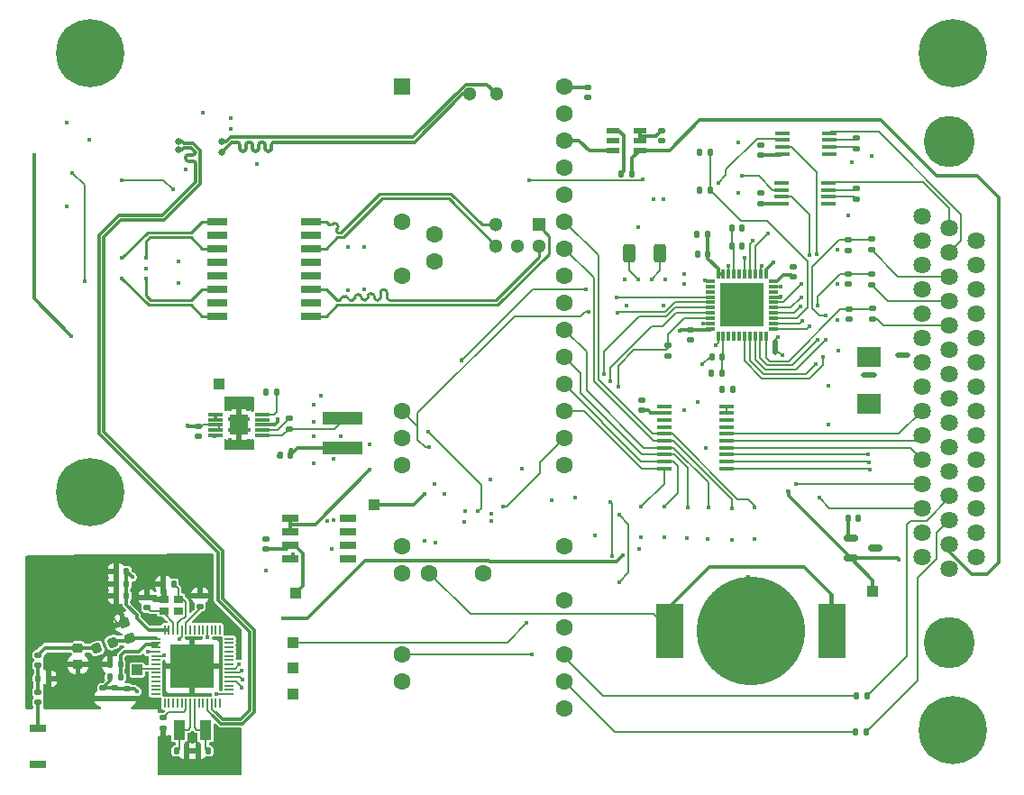
<source format=gtl>
G04 #@! TF.GenerationSoftware,KiCad,Pcbnew,9.0.4*
G04 #@! TF.CreationDate,2025-12-23T06:11:40-05:00*
G04 #@! TF.ProjectId,main_board_v2,6d61696e-5f62-46f6-9172-645f76322e6b,rev?*
G04 #@! TF.SameCoordinates,Original*
G04 #@! TF.FileFunction,Copper,L1,Top*
G04 #@! TF.FilePolarity,Positive*
%FSLAX46Y46*%
G04 Gerber Fmt 4.6, Leading zero omitted, Abs format (unit mm)*
G04 Created by KiCad (PCBNEW 9.0.4) date 2025-12-23 06:11:40*
%MOMM*%
%LPD*%
G01*
G04 APERTURE LIST*
G04 Aperture macros list*
%AMRoundRect*
0 Rectangle with rounded corners*
0 $1 Rounding radius*
0 $2 $3 $4 $5 $6 $7 $8 $9 X,Y pos of 4 corners*
0 Add a 4 corners polygon primitive as box body*
4,1,4,$2,$3,$4,$5,$6,$7,$8,$9,$2,$3,0*
0 Add four circle primitives for the rounded corners*
1,1,$1+$1,$2,$3*
1,1,$1+$1,$4,$5*
1,1,$1+$1,$6,$7*
1,1,$1+$1,$8,$9*
0 Add four rect primitives between the rounded corners*
20,1,$1+$1,$2,$3,$4,$5,0*
20,1,$1+$1,$4,$5,$6,$7,0*
20,1,$1+$1,$6,$7,$8,$9,0*
20,1,$1+$1,$8,$9,$2,$3,0*%
G04 Aperture macros list end*
G04 #@! TA.AperFunction,EtchedComponent*
%ADD10C,0.000000*%
G04 #@! TD*
G04 #@! TA.AperFunction,SMDPad,CuDef*
%ADD11RoundRect,0.135000X-0.185000X0.135000X-0.185000X-0.135000X0.185000X-0.135000X0.185000X0.135000X0*%
G04 #@! TD*
G04 #@! TA.AperFunction,SMDPad,CuDef*
%ADD12R,1.425000X0.300000*%
G04 #@! TD*
G04 #@! TA.AperFunction,SMDPad,CuDef*
%ADD13R,1.680000X1.880000*%
G04 #@! TD*
G04 #@! TA.AperFunction,SMDPad,CuDef*
%ADD14RoundRect,0.140000X-0.140000X-0.170000X0.140000X-0.170000X0.140000X0.170000X-0.140000X0.170000X0*%
G04 #@! TD*
G04 #@! TA.AperFunction,SMDPad,CuDef*
%ADD15R,1.100000X1.900000*%
G04 #@! TD*
G04 #@! TA.AperFunction,ComponentPad*
%ADD16C,6.400000*%
G04 #@! TD*
G04 #@! TA.AperFunction,SMDPad,CuDef*
%ADD17RoundRect,0.140000X-0.170000X0.140000X-0.170000X-0.140000X0.170000X-0.140000X0.170000X0.140000X0*%
G04 #@! TD*
G04 #@! TA.AperFunction,SMDPad,CuDef*
%ADD18RoundRect,0.150000X-0.512500X-0.150000X0.512500X-0.150000X0.512500X0.150000X-0.512500X0.150000X0*%
G04 #@! TD*
G04 #@! TA.AperFunction,SMDPad,CuDef*
%ADD19RoundRect,0.140000X0.170000X-0.140000X0.170000X0.140000X-0.170000X0.140000X-0.170000X-0.140000X0*%
G04 #@! TD*
G04 #@! TA.AperFunction,SMDPad,CuDef*
%ADD20R,2.259800X1.874000*%
G04 #@! TD*
G04 #@! TA.AperFunction,SMDPad,CuDef*
%ADD21R,1.910000X0.640000*%
G04 #@! TD*
G04 #@! TA.AperFunction,SMDPad,CuDef*
%ADD22R,1.150000X0.600000*%
G04 #@! TD*
G04 #@! TA.AperFunction,SMDPad,CuDef*
%ADD23RoundRect,0.135000X0.135000X0.185000X-0.135000X0.185000X-0.135000X-0.185000X0.135000X-0.185000X0*%
G04 #@! TD*
G04 #@! TA.AperFunction,SMDPad,CuDef*
%ADD24C,0.500000*%
G04 #@! TD*
G04 #@! TA.AperFunction,SMDPad,CuDef*
%ADD25RoundRect,0.147500X0.147500X0.172500X-0.147500X0.172500X-0.147500X-0.172500X0.147500X-0.172500X0*%
G04 #@! TD*
G04 #@! TA.AperFunction,SMDPad,CuDef*
%ADD26RoundRect,0.140000X0.140000X0.170000X-0.140000X0.170000X-0.140000X-0.170000X0.140000X-0.170000X0*%
G04 #@! TD*
G04 #@! TA.AperFunction,SMDPad,CuDef*
%ADD27RoundRect,0.135000X-0.135000X-0.185000X0.135000X-0.185000X0.135000X0.185000X-0.135000X0.185000X0*%
G04 #@! TD*
G04 #@! TA.AperFunction,SMDPad,CuDef*
%ADD28R,1.600000X0.800000*%
G04 #@! TD*
G04 #@! TA.AperFunction,SMDPad,CuDef*
%ADD29R,0.850000X0.200000*%
G04 #@! TD*
G04 #@! TA.AperFunction,SMDPad,CuDef*
%ADD30R,0.200000X0.850000*%
G04 #@! TD*
G04 #@! TA.AperFunction,SMDPad,CuDef*
%ADD31R,4.050000X4.050000*%
G04 #@! TD*
G04 #@! TA.AperFunction,SMDPad,CuDef*
%ADD32RoundRect,0.250000X-0.312500X-0.625000X0.312500X-0.625000X0.312500X0.625000X-0.312500X0.625000X0*%
G04 #@! TD*
G04 #@! TA.AperFunction,ComponentPad*
%ADD33R,1.600000X1.600000*%
G04 #@! TD*
G04 #@! TA.AperFunction,ComponentPad*
%ADD34C,1.600000*%
G04 #@! TD*
G04 #@! TA.AperFunction,ComponentPad*
%ADD35R,1.300000X1.300000*%
G04 #@! TD*
G04 #@! TA.AperFunction,ComponentPad*
%ADD36C,1.300000*%
G04 #@! TD*
G04 #@! TA.AperFunction,SMDPad,CuDef*
%ADD37RoundRect,0.135000X0.185000X-0.135000X0.185000X0.135000X-0.185000X0.135000X-0.185000X-0.135000X0*%
G04 #@! TD*
G04 #@! TA.AperFunction,SMDPad,CuDef*
%ADD38RoundRect,0.218750X-0.117915X-0.315613X0.293200X-0.165979X0.117915X0.315613X-0.293200X0.165979X0*%
G04 #@! TD*
G04 #@! TA.AperFunction,SMDPad,CuDef*
%ADD39R,1.000000X1.000000*%
G04 #@! TD*
G04 #@! TA.AperFunction,SMDPad,CuDef*
%ADD40R,1.400000X0.450000*%
G04 #@! TD*
G04 #@! TA.AperFunction,SMDPad,CuDef*
%ADD41RoundRect,0.147500X-0.147500X-0.172500X0.147500X-0.172500X0.147500X0.172500X-0.147500X0.172500X0*%
G04 #@! TD*
G04 #@! TA.AperFunction,SMDPad,CuDef*
%ADD42RoundRect,0.147500X0.172500X-0.147500X0.172500X0.147500X-0.172500X0.147500X-0.172500X-0.147500X0*%
G04 #@! TD*
G04 #@! TA.AperFunction,SMDPad,CuDef*
%ADD43R,0.850000X0.750000*%
G04 #@! TD*
G04 #@! TA.AperFunction,SMDPad,CuDef*
%ADD44R,2.500000X5.100000*%
G04 #@! TD*
G04 #@! TA.AperFunction,SMDPad,CuDef*
%ADD45C,10.200000*%
G04 #@! TD*
G04 #@! TA.AperFunction,SMDPad,CuDef*
%ADD46R,0.300000X0.850000*%
G04 #@! TD*
G04 #@! TA.AperFunction,SMDPad,CuDef*
%ADD47R,0.850000X0.300000*%
G04 #@! TD*
G04 #@! TA.AperFunction,ComponentPad*
%ADD48C,1.638000*%
G04 #@! TD*
G04 #@! TA.AperFunction,ComponentPad*
%ADD49C,4.801000*%
G04 #@! TD*
G04 #@! TA.AperFunction,SMDPad,CuDef*
%ADD50R,3.700000X1.200000*%
G04 #@! TD*
G04 #@! TA.AperFunction,SMDPad,CuDef*
%ADD51R,1.500000X0.650000*%
G04 #@! TD*
G04 #@! TA.AperFunction,SMDPad,CuDef*
%ADD52RoundRect,0.225000X-0.250000X0.225000X-0.250000X-0.225000X0.250000X-0.225000X0.250000X0.225000X0*%
G04 #@! TD*
G04 #@! TA.AperFunction,SMDPad,CuDef*
%ADD53RoundRect,0.225000X0.311878X-0.125926X0.157969X0.296936X-0.311878X0.125926X-0.157969X-0.296936X0*%
G04 #@! TD*
G04 #@! TA.AperFunction,SMDPad,CuDef*
%ADD54R,1.475000X0.450000*%
G04 #@! TD*
G04 #@! TA.AperFunction,ViaPad*
%ADD55C,0.450000*%
G04 #@! TD*
G04 #@! TA.AperFunction,ViaPad*
%ADD56C,0.650000*%
G04 #@! TD*
G04 #@! TA.AperFunction,Conductor*
%ADD57C,0.200000*%
G04 #@! TD*
G04 #@! TA.AperFunction,Conductor*
%ADD58C,0.300000*%
G04 #@! TD*
G04 #@! TA.AperFunction,Conductor*
%ADD59C,0.288800*%
G04 #@! TD*
G04 #@! TA.AperFunction,Conductor*
%ADD60C,0.320000*%
G04 #@! TD*
G04 #@! TA.AperFunction,Conductor*
%ADD61C,0.160000*%
G04 #@! TD*
G04 APERTURE END LIST*
D10*
G04 #@! TA.AperFunction,EtchedComponent*
G36*
X127800000Y-47400000D02*
G01*
X126800000Y-47400000D01*
X126800000Y-46900000D01*
X127800000Y-46900000D01*
X127800000Y-47400000D01*
G37*
G04 #@! TD.AperFunction*
G04 #@! TA.AperFunction,EtchedComponent*
G36*
X124600000Y-49250000D02*
G01*
X123600000Y-49250000D01*
X123600000Y-48750000D01*
X124600000Y-48750000D01*
X124600000Y-49250000D01*
G37*
G04 #@! TD.AperFunction*
G04 #@! TA.AperFunction,EtchedComponent*
G36*
X115550000Y-46900000D02*
G01*
X115050000Y-46900000D01*
X115050000Y-45900000D01*
X115550000Y-45900000D01*
X115550000Y-46900000D01*
G37*
G04 #@! TD.AperFunction*
D11*
X124350000Y-39520000D03*
X124350000Y-40540000D03*
D12*
X62728000Y-52721000D03*
X62728000Y-53221000D03*
X62728000Y-53721000D03*
X62728000Y-54221000D03*
X62728000Y-54721000D03*
X67152000Y-54721000D03*
X67152000Y-54221000D03*
X67152000Y-53721000D03*
X67152000Y-53221000D03*
X67152000Y-52721000D03*
D13*
X64940000Y-53721000D03*
D14*
X111270000Y-36950000D03*
X112230000Y-36950000D03*
D15*
X61830000Y-82350000D03*
X59330000Y-82350000D03*
D16*
X132000000Y-82400000D03*
D17*
X69660000Y-53110000D03*
X69660000Y-54070000D03*
X54450000Y-78470000D03*
X54450000Y-79430000D03*
D18*
X122462500Y-64350000D03*
X122462500Y-66250000D03*
X124737500Y-65300000D03*
D19*
X102812000Y-52355000D03*
X102812000Y-51395000D03*
D20*
X124150000Y-51757000D03*
X124150000Y-47343000D03*
D17*
X97750000Y-22000000D03*
X97750000Y-22960000D03*
D21*
X71700000Y-43491207D03*
X71700000Y-42221207D03*
X71700000Y-40951207D03*
X71700000Y-39681207D03*
X71700000Y-38411207D03*
X71700000Y-37141207D03*
X71700000Y-35871207D03*
X71700000Y-34601207D03*
X62930000Y-34601207D03*
X62930000Y-35871207D03*
X62930000Y-37141207D03*
X62930000Y-38411207D03*
X62930000Y-39681207D03*
X62930000Y-40951207D03*
X62930000Y-42221207D03*
X62930000Y-43491207D03*
D22*
X100100000Y-26050000D03*
X100100000Y-27000000D03*
X100100000Y-27950000D03*
X102600000Y-27950000D03*
X102600000Y-27000000D03*
X102600000Y-26050000D03*
D23*
X109260000Y-31700000D03*
X108240000Y-31700000D03*
D17*
X107350000Y-44750000D03*
X107350000Y-45710000D03*
D14*
X59100000Y-84350000D03*
X60060000Y-84350000D03*
D24*
X127800000Y-47150000D03*
X126800000Y-47150000D03*
X123600000Y-49000000D03*
X124600000Y-49000000D03*
D25*
X47060000Y-77525000D03*
X46090000Y-77525000D03*
D26*
X109000000Y-37650000D03*
X108040000Y-37650000D03*
D27*
X108170000Y-28100000D03*
X109190000Y-28100000D03*
D17*
X122200000Y-39530000D03*
X122200000Y-40490000D03*
D28*
X46100000Y-82200000D03*
X46100000Y-85600000D03*
D29*
X57130000Y-73800000D03*
X57130000Y-74200000D03*
X57130000Y-74600000D03*
X57130000Y-75000000D03*
X57130000Y-75400000D03*
X57130000Y-75800000D03*
X57130000Y-76200000D03*
X57130000Y-76600000D03*
X57130000Y-77000000D03*
X57130000Y-77400000D03*
X57130000Y-77800000D03*
X57130000Y-78200000D03*
X57130000Y-78600000D03*
X57130000Y-79000000D03*
D30*
X57980000Y-79850000D03*
X58380000Y-79850000D03*
X58780000Y-79850000D03*
X59180000Y-79850000D03*
X59580000Y-79850000D03*
X59980000Y-79850000D03*
X60380000Y-79850000D03*
X60780000Y-79850000D03*
X61180000Y-79850000D03*
X61580000Y-79850000D03*
X61980000Y-79850000D03*
X62380000Y-79850000D03*
X62780000Y-79850000D03*
X63180000Y-79850000D03*
D29*
X64030000Y-79000000D03*
X64030000Y-78600000D03*
X64030000Y-78200000D03*
X64030000Y-77800000D03*
X64030000Y-77400000D03*
X64030000Y-77000000D03*
X64030000Y-76600000D03*
X64030000Y-76200000D03*
X64030000Y-75800000D03*
X64030000Y-75400000D03*
X64030000Y-75000000D03*
X64030000Y-74600000D03*
X64030000Y-74200000D03*
X64030000Y-73800000D03*
D30*
X63180000Y-72950000D03*
X62780000Y-72950000D03*
X62380000Y-72950000D03*
X61980000Y-72950000D03*
X61580000Y-72950000D03*
X61180000Y-72950000D03*
X60780000Y-72950000D03*
X60380000Y-72950000D03*
X59980000Y-72950000D03*
X59580000Y-72950000D03*
X59180000Y-72950000D03*
X58780000Y-72950000D03*
X58380000Y-72950000D03*
X57980000Y-72950000D03*
D31*
X60580000Y-76400000D03*
D32*
X101587500Y-37580000D03*
X104512500Y-37580000D03*
D33*
X80298400Y-21918602D03*
D34*
X80298400Y-34618602D03*
X80298400Y-39698602D03*
X80298400Y-52398602D03*
X80298400Y-54938602D03*
X80298400Y-57478602D03*
X80298400Y-65098602D03*
X80298400Y-67638602D03*
X80298400Y-75258602D03*
X80298400Y-77798602D03*
X95538400Y-80338602D03*
X95538400Y-77798602D03*
X95538400Y-75258602D03*
X95538400Y-72718602D03*
X95538400Y-70178602D03*
X95538400Y-65098602D03*
X95538400Y-57478602D03*
X95538400Y-54938602D03*
X95538400Y-52398602D03*
X95538400Y-49858602D03*
X95538400Y-47318602D03*
X95538400Y-44778602D03*
X95538400Y-42238602D03*
X95538400Y-39698602D03*
X95538400Y-37158602D03*
X95538400Y-34618602D03*
X95538400Y-32078602D03*
X95538400Y-29538602D03*
X95538400Y-26998602D03*
X95538400Y-24458602D03*
X95538400Y-21918602D03*
X82838400Y-67638602D03*
X87918400Y-67638602D03*
X83349200Y-35837802D03*
X83349200Y-38377802D03*
D35*
X93100000Y-34888602D03*
D36*
X89100000Y-34888602D03*
X89100000Y-36888602D03*
X91100000Y-36888602D03*
X93100000Y-36888602D03*
X89188400Y-22648602D03*
X86648400Y-22648602D03*
D16*
X51000000Y-60000000D03*
D19*
X56330000Y-70880000D03*
X56330000Y-69920000D03*
D17*
X122200000Y-36350000D03*
X122200000Y-37310000D03*
X61100000Y-53820000D03*
X61100000Y-54780000D03*
D26*
X62060000Y-84350000D03*
X61100000Y-84350000D03*
D37*
X61280000Y-70760000D03*
X61280000Y-69740000D03*
D38*
X51589992Y-74688682D03*
X53070008Y-74150000D03*
D39*
X63100000Y-49900000D03*
D14*
X110352000Y-50375000D03*
X111312000Y-50375000D03*
D26*
X54380000Y-67450000D03*
X53420000Y-67450000D03*
D40*
X120375000Y-28250000D03*
X120375000Y-27600000D03*
X120375000Y-26950000D03*
X120375000Y-26300000D03*
X115975000Y-26300000D03*
X115975000Y-26950000D03*
X115975000Y-27600000D03*
X115975000Y-28250000D03*
D41*
X52865000Y-77400000D03*
X53835000Y-77400000D03*
D42*
X46075000Y-79760000D03*
X46075000Y-78790000D03*
D39*
X124500000Y-69350000D03*
X70000000Y-76500000D03*
D17*
X122250000Y-42830000D03*
X122250000Y-43790000D03*
D14*
X111270000Y-35200000D03*
X112230000Y-35200000D03*
D39*
X70000000Y-74170000D03*
D11*
X124350000Y-36270000D03*
X124350000Y-37290000D03*
D19*
X104650000Y-27030000D03*
X104650000Y-26070000D03*
D26*
X54380000Y-68650000D03*
X53420000Y-68650000D03*
D19*
X113950000Y-32910000D03*
X113950000Y-31950000D03*
D11*
X105250000Y-46240000D03*
X105250000Y-47260000D03*
D17*
X57850000Y-81220000D03*
X57850000Y-82180000D03*
D16*
X51000000Y-18800000D03*
D43*
X57905000Y-71175000D03*
X59255000Y-71175000D03*
X59255000Y-70125000D03*
X57905000Y-70125000D03*
D27*
X67515000Y-50630000D03*
X68535000Y-50630000D03*
D26*
X110300000Y-48850000D03*
X109340000Y-48850000D03*
D14*
X68800000Y-56600000D03*
X69760000Y-56600000D03*
D17*
X67500000Y-64420000D03*
X67500000Y-65380000D03*
D37*
X122900000Y-32520000D03*
X122900000Y-31500000D03*
D44*
X105450000Y-73100000D03*
X120650000Y-73100000D03*
D45*
X113050000Y-73100000D03*
D23*
X123950000Y-79150000D03*
X122930000Y-79150000D03*
X123900000Y-82550000D03*
X122880000Y-82550000D03*
D37*
X122950000Y-27760000D03*
X122950000Y-26740000D03*
D17*
X53300000Y-78420000D03*
X53300000Y-79380000D03*
D26*
X54380000Y-69750000D03*
X53420000Y-69750000D03*
D17*
X52200000Y-78420000D03*
X52200000Y-79380000D03*
D26*
X110330000Y-47300000D03*
X109370000Y-47300000D03*
D19*
X46100000Y-76280000D03*
X46100000Y-75320000D03*
D16*
X132000000Y-18800000D03*
D17*
X117050000Y-38870000D03*
X117050000Y-39830000D03*
D46*
X114450000Y-39500000D03*
X113950000Y-39500000D03*
X113450000Y-39500000D03*
X112950000Y-39500000D03*
X112450000Y-39500000D03*
X111950000Y-39500000D03*
X111450000Y-39500000D03*
X110950000Y-39500000D03*
X110450000Y-39500000D03*
X109950000Y-39500000D03*
D47*
X109250000Y-40200000D03*
X109250000Y-40700000D03*
X109250000Y-41200000D03*
X109250000Y-41700000D03*
X109250000Y-42200000D03*
X109250000Y-42700000D03*
X109250000Y-43200000D03*
X109250000Y-43700000D03*
X109250000Y-44200000D03*
X109250000Y-44700000D03*
D46*
X109950000Y-45400000D03*
X110450000Y-45400000D03*
X110950000Y-45400000D03*
X111450000Y-45400000D03*
X111950000Y-45400000D03*
X112450000Y-45400000D03*
X112950000Y-45400000D03*
X113450000Y-45400000D03*
X113950000Y-45400000D03*
X114450000Y-45400000D03*
D47*
X115150000Y-44700000D03*
X115150000Y-44200000D03*
X115150000Y-43700000D03*
X115150000Y-43200000D03*
X115150000Y-42700000D03*
X115150000Y-42200000D03*
X115150000Y-41700000D03*
X115150000Y-41200000D03*
X115150000Y-40700000D03*
X115150000Y-40200000D03*
D31*
X112200000Y-42450000D03*
D19*
X113950000Y-28380000D03*
X113950000Y-27420000D03*
D39*
X55400000Y-76730000D03*
D26*
X123130000Y-62500000D03*
X122170000Y-62500000D03*
D48*
X129122000Y-66104950D03*
X129122000Y-63818950D03*
X129122000Y-61532950D03*
X129122000Y-59246950D03*
X129122000Y-56960950D03*
X129122000Y-54674950D03*
X129122000Y-52388950D03*
X129122000Y-50102950D03*
X129122000Y-47816950D03*
X129122000Y-45530950D03*
X129122000Y-43244950D03*
X129122000Y-40958950D03*
X129122000Y-38672950D03*
X129122000Y-36386950D03*
X129122000Y-34100950D03*
X131662000Y-67247950D03*
X131662000Y-64961950D03*
X131662000Y-62675950D03*
X131662000Y-60389950D03*
X131662000Y-58103950D03*
X131662000Y-55817950D03*
X131662000Y-53531950D03*
X131662000Y-51245950D03*
X131662000Y-48959950D03*
X131662000Y-46673950D03*
X131662000Y-44387950D03*
X131662000Y-42101950D03*
X131662000Y-39815950D03*
X131662000Y-37529950D03*
X131662000Y-35243950D03*
X134202000Y-66104950D03*
X134202000Y-63818950D03*
X134202000Y-61532950D03*
X134202000Y-59246950D03*
X134202000Y-56960950D03*
X134202000Y-54674950D03*
X134202000Y-52388950D03*
X134202000Y-50102950D03*
X134202000Y-47816950D03*
X134202000Y-45530950D03*
X134202000Y-43244950D03*
X134202000Y-40958950D03*
X134202000Y-38672950D03*
X134202000Y-36386950D03*
D49*
X131662000Y-74130950D03*
X131662000Y-27090950D03*
D23*
X101900000Y-30100000D03*
X100880000Y-30100000D03*
D11*
X124450000Y-42780000D03*
X124450000Y-43800000D03*
D50*
X74650000Y-53070000D03*
X74650000Y-55870000D03*
D39*
X70000000Y-79000000D03*
X77650000Y-61250000D03*
D51*
X69800000Y-62495000D03*
X69800000Y-63765000D03*
X69800000Y-65035000D03*
X69800000Y-66305000D03*
X75200000Y-66305000D03*
X75200000Y-65035000D03*
X75200000Y-63765000D03*
X75200000Y-62495000D03*
D24*
X115300000Y-45900000D03*
X115300000Y-46900000D03*
D40*
X120350000Y-32925000D03*
X120350000Y-32275000D03*
X120350000Y-31625000D03*
X120350000Y-30975000D03*
X115950000Y-30975000D03*
X115950000Y-31625000D03*
X115950000Y-32275000D03*
X115950000Y-32925000D03*
D26*
X58810000Y-68650000D03*
X57850000Y-68650000D03*
D52*
X49830000Y-74644341D03*
X49830000Y-76194341D03*
D26*
X108950000Y-35800000D03*
X107990000Y-35800000D03*
D39*
X70250000Y-69500000D03*
D26*
X53830000Y-76200000D03*
X52870000Y-76200000D03*
D53*
X54732566Y-73726433D03*
X54202434Y-72269909D03*
D54*
X104874000Y-51950000D03*
X104874000Y-52600000D03*
X104874000Y-53250000D03*
X104874000Y-53900000D03*
X104874000Y-54550000D03*
X104874000Y-55200000D03*
X104874000Y-55850000D03*
X104874000Y-56500000D03*
X104874000Y-57150000D03*
X104874000Y-57800000D03*
X110750000Y-57800000D03*
X110750000Y-57150000D03*
X110750000Y-56500000D03*
X110750000Y-55850000D03*
X110750000Y-55200000D03*
X110750000Y-54550000D03*
X110750000Y-53900000D03*
X110750000Y-53250000D03*
X110750000Y-52600000D03*
X110750000Y-51950000D03*
D55*
X127800000Y-47150000D03*
X117050000Y-38870000D03*
X97750000Y-22960000D03*
X107990000Y-35800000D03*
X106800000Y-39540000D03*
X112230000Y-36950000D03*
X112200000Y-42450000D03*
X115975000Y-26300000D03*
X115818723Y-40701825D03*
X111850000Y-31940000D03*
X113950000Y-27420000D03*
X122200000Y-37310000D03*
X121200000Y-40480000D03*
X120300000Y-50030000D03*
X100050000Y-27100000D03*
X114017644Y-38757350D03*
X115950000Y-30975000D03*
X122200000Y-40490000D03*
X122500000Y-29040000D03*
X108240000Y-31700000D03*
X104845000Y-32520000D03*
X124350000Y-28440000D03*
X113950000Y-31950000D03*
X108040000Y-37650000D03*
X121250000Y-46750000D03*
X120350000Y-53680000D03*
X112230000Y-35200000D03*
X122150000Y-34070000D03*
X121200000Y-43820000D03*
X110925000Y-38800000D03*
X115550000Y-45500000D03*
X104650000Y-27100000D03*
X122250000Y-43790000D03*
X111850000Y-27140000D03*
X108738319Y-40133932D03*
X121150000Y-37270000D03*
X82350000Y-64588602D03*
X117800000Y-40500000D03*
X66600000Y-29250000D03*
X64150000Y-24920000D03*
X73220002Y-62743171D03*
X115950000Y-32925000D03*
X77250000Y-55550000D03*
X108950000Y-35800000D03*
X108050000Y-51600000D03*
X77250000Y-57900000D03*
X110352000Y-50375000D03*
X115975000Y-28250000D03*
X108812000Y-55885000D03*
X103885000Y-32520000D03*
X73850000Y-56910000D03*
X102600000Y-26550000D03*
X91500000Y-57788602D03*
X108170000Y-28100000D03*
X124150000Y-47343000D03*
X110750000Y-53900000D03*
X117275000Y-59246950D03*
X119450000Y-60550000D03*
X110750000Y-53250000D03*
X124200000Y-57900000D03*
X110750000Y-57800000D03*
X110750000Y-56500000D03*
X124050000Y-56500000D03*
X110750000Y-57150000D03*
X124100000Y-57200000D03*
X56237500Y-39950000D03*
X110750000Y-55200000D03*
X53962500Y-39950000D03*
X67500000Y-50600000D03*
X64940000Y-53721000D03*
X65875000Y-55230000D03*
X73700000Y-65400000D03*
X112950000Y-71050000D03*
X112800000Y-68000000D03*
X65825000Y-53180000D03*
X64075000Y-53186506D03*
X61100000Y-54780000D03*
X123600000Y-49000000D03*
X64075000Y-55136506D03*
X64925000Y-52580000D03*
X67500000Y-67400000D03*
X64075000Y-52236506D03*
X109900000Y-71100000D03*
X68705000Y-56620000D03*
X75200000Y-62500000D03*
X62650000Y-54796002D03*
X71950000Y-54800000D03*
X64925000Y-51830000D03*
X64925000Y-54730000D03*
X75200000Y-63850000D03*
X124737500Y-65300000D03*
X113050000Y-73850000D03*
X64925000Y-55730000D03*
X72000000Y-53400000D03*
X72000000Y-51800000D03*
X74550000Y-54750000D03*
X67550000Y-64450000D03*
X75200000Y-66450000D03*
X75200000Y-65100000D03*
X65875000Y-54180000D03*
X123130000Y-62500000D03*
X72010000Y-57310000D03*
X83400000Y-64738602D03*
X64075000Y-54186506D03*
X65825000Y-52230000D03*
X83350000Y-59238602D03*
X73870000Y-62650000D03*
X110750000Y-54550000D03*
X53962500Y-38050000D03*
X56237500Y-38050000D03*
X110750000Y-55850000D03*
X88650000Y-62088602D03*
X103600000Y-52550000D03*
X106350000Y-44850000D03*
X104955000Y-40055000D03*
X105250000Y-47260000D03*
X82350000Y-60238602D03*
X86200000Y-61838602D03*
X88600000Y-58838602D03*
X84250000Y-60238602D03*
X106812000Y-52365000D03*
X106800000Y-40500000D03*
X103685000Y-40055000D03*
X102415000Y-40055000D03*
X62380000Y-70800000D03*
X76700000Y-36991207D03*
X58880000Y-85350000D03*
X52280000Y-71850000D03*
X59030000Y-67600000D03*
X45680000Y-69750000D03*
X56640000Y-68640000D03*
X57730000Y-84350000D03*
X101145000Y-40055000D03*
X57905000Y-70125000D03*
X109000000Y-64420000D03*
X56669000Y-67620000D03*
X51230000Y-67600000D03*
X48980000Y-77200000D03*
X46780000Y-68650000D03*
X108500000Y-48000000D03*
X51230000Y-71850000D03*
X59255000Y-71175000D03*
X48980000Y-76150000D03*
X102725000Y-64305000D03*
X52870000Y-76200000D03*
X64580000Y-84300000D03*
X59280000Y-38360000D03*
X50080000Y-67600000D03*
X59280000Y-40350000D03*
X104875000Y-64305000D03*
X59974998Y-29750000D03*
X101365000Y-42520000D03*
X54530000Y-66550000D03*
X50900000Y-26900000D03*
X45680000Y-68650000D03*
X61568130Y-24384504D03*
X50080000Y-71850000D03*
X62380000Y-67600000D03*
X57730000Y-85400000D03*
X48980000Y-78250000D03*
X47930000Y-66550000D03*
X49830000Y-76194341D03*
X47060000Y-77525000D03*
X56650000Y-66560000D03*
X75200000Y-36971207D03*
X48980000Y-67600000D03*
X75200000Y-41031207D03*
X46780000Y-71850000D03*
X47930000Y-74000000D03*
X64580000Y-85350000D03*
X47930000Y-72950000D03*
X46780000Y-66550000D03*
X54450000Y-79430000D03*
X55630000Y-66550000D03*
X107350000Y-45710000D03*
X45680000Y-71850000D03*
X51230000Y-79300000D03*
X96550000Y-60538602D03*
X50080000Y-66550000D03*
X59030000Y-66550000D03*
X48800000Y-33200000D03*
X64150000Y-25880000D03*
X52280000Y-66550000D03*
X102415000Y-35105000D03*
X55630000Y-67600000D03*
X47930000Y-77200000D03*
X61100000Y-84380000D03*
X109340000Y-48850000D03*
X48980000Y-74000000D03*
X63430000Y-85350000D03*
X47930000Y-69750000D03*
X64580000Y-83250000D03*
X62280000Y-85350000D03*
X61280000Y-69700000D03*
X53080000Y-71840000D03*
X52280000Y-70800000D03*
X47930000Y-68650000D03*
X45680000Y-66550000D03*
X50080000Y-69750000D03*
X50080000Y-70800000D03*
X47930000Y-71850000D03*
X62380000Y-71850000D03*
X48980000Y-79250000D03*
X53150000Y-66530000D03*
X50080000Y-78250000D03*
X53120000Y-67460000D03*
X111250000Y-64500000D03*
X116000000Y-47200000D03*
X60080000Y-84350000D03*
X63430000Y-83250000D03*
X104825000Y-42520000D03*
X57850000Y-68650000D03*
X113400000Y-64450000D03*
X57880000Y-66550000D03*
X60130000Y-68650000D03*
X51230000Y-70800000D03*
X55630000Y-68650000D03*
X47930000Y-67600000D03*
X102812000Y-51395000D03*
X98350000Y-64100000D03*
X51230000Y-66550000D03*
X53300000Y-79380000D03*
X45680000Y-70800000D03*
X48980000Y-70800000D03*
X76700000Y-41011207D03*
X111312000Y-50375000D03*
X48980000Y-66550000D03*
X109700000Y-46200000D03*
X53100000Y-68640000D03*
X50080000Y-72950000D03*
X88650000Y-62738602D03*
X52280000Y-68650000D03*
X51230000Y-77200000D03*
X45680000Y-74000000D03*
X46780000Y-72950000D03*
X56330000Y-69920000D03*
X51230000Y-69750000D03*
X51230000Y-76150000D03*
X53060000Y-69740000D03*
X61280000Y-67600000D03*
X61130000Y-85350000D03*
X47930000Y-78250000D03*
X45680000Y-72950000D03*
X50130000Y-79250000D03*
X60130000Y-66550000D03*
X62380000Y-68650000D03*
X47930000Y-76150000D03*
X56237500Y-39000000D03*
X51230000Y-72950000D03*
X107025000Y-64345000D03*
X62380000Y-69700000D03*
X60130000Y-67600000D03*
X50080000Y-77200000D03*
X51230000Y-68650000D03*
X52280000Y-67600000D03*
X48800000Y-25300000D03*
X60580000Y-76400000D03*
X104874000Y-51950000D03*
X48980000Y-71850000D03*
X46780000Y-70800000D03*
X47930000Y-70800000D03*
X52200000Y-79380000D03*
X46780000Y-74000000D03*
X46780000Y-78250000D03*
X46780000Y-67600000D03*
X51230000Y-78250000D03*
X46780000Y-79300000D03*
X60030000Y-85350000D03*
X48980000Y-72950000D03*
X48980000Y-69750000D03*
X52280000Y-69750000D03*
X108543128Y-44175000D03*
X61280000Y-66550000D03*
X94300000Y-60788602D03*
X57880000Y-67600000D03*
X57850000Y-82180000D03*
X50080000Y-68650000D03*
X47930000Y-79300000D03*
X63430000Y-84300000D03*
X45680000Y-67600000D03*
X47030000Y-76150000D03*
X46780000Y-69750000D03*
X61280000Y-68650000D03*
X48980000Y-68650000D03*
X52280000Y-72950000D03*
X57730000Y-83300000D03*
X86150000Y-62838602D03*
X126800000Y-47150000D03*
X124600000Y-49000000D03*
X115150000Y-38450000D03*
X55400000Y-78750000D03*
X61979999Y-73676042D03*
X57850000Y-81220000D03*
X101020000Y-65940000D03*
X62850000Y-79000000D03*
X69900000Y-65035000D03*
X45700000Y-28350000D03*
X69130000Y-71910000D03*
X49200000Y-45350000D03*
X54930000Y-68000000D03*
X72650000Y-51000000D03*
X63100000Y-49900000D03*
X69860000Y-56020000D03*
X62728000Y-52978000D03*
X68600000Y-53150000D03*
X117050000Y-39830000D03*
X126900000Y-66350000D03*
X116520755Y-59947359D03*
X114650000Y-35750000D03*
X71700000Y-35871207D03*
X71700000Y-42221207D03*
X113212032Y-36445504D03*
X112425000Y-38050000D03*
X119800000Y-47300000D03*
X119125000Y-48000000D03*
X60100000Y-53800000D03*
X124150000Y-51757000D03*
X122170000Y-62500000D03*
X120050000Y-43450000D03*
X120050000Y-45750000D03*
X119300000Y-42500000D03*
X119300000Y-45750000D03*
X118500000Y-44450000D03*
X117900000Y-43950000D03*
X92500000Y-75258602D03*
X100550000Y-50100000D03*
X100650000Y-68500000D03*
X100650000Y-62150000D03*
X102725000Y-61395000D03*
X104874000Y-53900000D03*
X104874000Y-53250000D03*
X70000000Y-65910000D03*
X113400000Y-61510000D03*
X111250000Y-61540000D03*
X120350000Y-28260000D03*
X120350000Y-32925000D03*
X109050000Y-61470000D03*
X62930000Y-42221207D03*
X62930000Y-35871207D03*
X107075000Y-61495000D03*
X104925000Y-61415000D03*
X110750000Y-51950000D03*
X91975000Y-72313602D03*
X64980000Y-76200000D03*
X70000000Y-74170000D03*
X70000000Y-76500000D03*
X65190591Y-76814943D03*
X70000000Y-79000000D03*
X65256814Y-77619278D03*
X97500000Y-41000000D03*
X85850000Y-47688602D03*
X100400000Y-41700000D03*
X97774000Y-43100000D03*
X100500000Y-43150000D03*
X82850000Y-55788602D03*
X89750000Y-61388602D03*
X99225000Y-48950000D03*
D56*
X59284091Y-27070505D03*
X63330289Y-27100000D03*
X59250000Y-27844755D03*
X63350000Y-28104789D03*
D55*
X117728768Y-42578768D03*
X119216830Y-37716830D03*
X92167698Y-30721000D03*
X102878768Y-30628768D03*
X110000000Y-30950000D03*
X115850000Y-41675000D03*
X102550000Y-65350000D03*
X118500000Y-37750000D03*
X117750000Y-41750000D03*
X100000000Y-66000000D03*
X99850000Y-61000000D03*
X99850000Y-49650000D03*
X112150000Y-30350000D03*
X65230000Y-78400000D03*
X82700000Y-54338602D03*
X87400183Y-61838785D03*
X57891866Y-75359128D03*
X59330000Y-73800000D03*
X58750000Y-31600000D03*
X53900000Y-30700000D03*
X56386587Y-75006587D03*
X50450000Y-40250000D03*
X49300000Y-30050000D03*
D57*
X115816898Y-40700000D02*
X115818723Y-40701825D01*
X115300000Y-45900000D02*
X115300000Y-45750000D01*
X108738319Y-40133932D02*
X108908934Y-40133932D01*
X108975002Y-40200000D02*
X109250000Y-40200000D01*
X115300000Y-45750000D02*
X115550000Y-45500000D01*
X110950000Y-39500000D02*
X110950000Y-38825000D01*
X100100000Y-27000000D02*
X100100000Y-27050000D01*
X108908934Y-40133932D02*
X108975002Y-40200000D01*
X100100000Y-27050000D02*
X100050000Y-27100000D01*
X113950000Y-38824994D02*
X114017644Y-38757350D01*
X110950000Y-38825000D02*
X110925000Y-38800000D01*
X115150000Y-40700000D02*
X115816898Y-40700000D01*
X104650000Y-27030000D02*
X104650000Y-27100000D01*
X113950000Y-39500000D02*
X113950000Y-38824994D01*
X117800000Y-40500000D02*
X116100000Y-42200000D01*
X116100000Y-42200000D02*
X115150000Y-42200000D01*
D58*
X69800000Y-63050000D02*
X69800000Y-63765000D01*
X108950000Y-35800000D02*
X108950000Y-37600000D01*
X104321000Y-26399000D02*
X104272740Y-26399000D01*
X69800000Y-62640000D02*
X69800000Y-63050000D01*
X104121740Y-26550000D02*
X102600000Y-26550000D01*
X109000000Y-38100000D02*
X109950000Y-39050000D01*
X109950000Y-39050000D02*
X109950000Y-39500000D01*
X115935000Y-32910000D02*
X115950000Y-32925000D01*
X113950000Y-32910000D02*
X115935000Y-32910000D01*
X72100000Y-63050000D02*
X69800000Y-63050000D01*
X113950000Y-28380000D02*
X115845000Y-28380000D01*
X104650000Y-26070000D02*
X104650000Y-26150000D01*
X69800000Y-62495000D02*
X69655000Y-62495000D01*
X95619798Y-22000000D02*
X95538400Y-21918602D01*
X69655000Y-62495000D02*
X69800000Y-62640000D01*
X102600000Y-27000000D02*
X102600000Y-26550000D01*
X109950000Y-39500000D02*
X110450000Y-39500000D01*
X104272740Y-26399000D02*
X104121740Y-26550000D01*
X109000000Y-37650000D02*
X109000000Y-38100000D01*
X97750000Y-22000000D02*
X95619798Y-22000000D01*
X108950000Y-37600000D02*
X109000000Y-37650000D01*
X77250000Y-57900000D02*
X72100000Y-63050000D01*
X104650000Y-26070000D02*
X104321000Y-26399000D01*
X102600000Y-26050000D02*
X102600000Y-26550000D01*
X115845000Y-28380000D02*
X115975000Y-28250000D01*
D57*
X120506000Y-26169000D02*
X120375000Y-26300000D01*
X132782000Y-36409950D02*
X132782000Y-33914900D01*
X132782000Y-33914900D02*
X125036100Y-26169000D01*
X131662000Y-37529950D02*
X132782000Y-36409950D01*
X125036100Y-26169000D02*
X120506000Y-26169000D01*
X120396000Y-30929000D02*
X129229000Y-30929000D01*
X129229000Y-30929000D02*
X131662000Y-33362000D01*
X131662000Y-33362000D02*
X131662000Y-35243950D01*
X120350000Y-30975000D02*
X120396000Y-30929000D01*
D58*
X130450000Y-30350000D02*
X134300000Y-30350000D01*
X136300000Y-66650000D02*
X135217420Y-67732580D01*
X135217420Y-67732580D02*
X133801260Y-67732580D01*
X125200000Y-25100000D02*
X130450000Y-30350000D01*
X105400000Y-27950000D02*
X102600000Y-27950000D01*
X136300000Y-32350000D02*
X136300000Y-66650000D01*
X108250000Y-25100000D02*
X125200000Y-25100000D01*
X105400000Y-27950000D02*
X108250000Y-25100000D01*
X131662000Y-65593320D02*
X131662000Y-64961950D01*
X134300000Y-30350000D02*
X136300000Y-32350000D01*
X101900000Y-28650000D02*
X102600000Y-27950000D01*
X101900000Y-30100000D02*
X101900000Y-28650000D01*
X133801260Y-67732580D02*
X131662000Y-65593320D01*
D57*
X129122000Y-59246950D02*
X117275000Y-59246950D01*
X110750000Y-53178000D02*
X110802000Y-53126000D01*
X129122000Y-61532950D02*
X120432950Y-61532950D01*
X110750000Y-53250000D02*
X110750000Y-53178000D01*
X120432950Y-61532950D02*
X119450000Y-60550000D01*
X124100000Y-57800000D02*
X110750000Y-57800000D01*
X124200000Y-57900000D02*
X124100000Y-57800000D01*
X124050000Y-56500000D02*
X110750000Y-56500000D01*
X124050000Y-57150000D02*
X110750000Y-57150000D01*
X124100000Y-57200000D02*
X124050000Y-57150000D01*
D59*
X56237500Y-39950000D02*
X56237500Y-41547026D01*
X60467199Y-41981507D02*
X61497499Y-40951207D01*
X56671981Y-41981507D02*
X60467199Y-41981507D01*
X56237500Y-41547026D02*
X56671981Y-41981507D01*
X61497499Y-40951207D02*
X62930000Y-40951207D01*
D57*
X128596950Y-55200000D02*
X110750000Y-55200000D01*
X129122000Y-54674950D02*
X128596950Y-55200000D01*
X131662000Y-60576870D02*
X129539920Y-62698950D01*
X131662000Y-60389950D02*
X131662000Y-60576870D01*
X128001050Y-62698950D02*
X127650000Y-63050000D01*
X127650000Y-63050000D02*
X127650000Y-75450000D01*
X127650000Y-75450000D02*
X123950000Y-79150000D01*
X129539920Y-62698950D02*
X128001050Y-62698950D01*
D58*
X105450000Y-70750000D02*
X109150000Y-67050000D01*
D57*
X82838400Y-67638602D02*
X86699798Y-71500000D01*
D58*
X120650000Y-69700000D02*
X120650000Y-73100000D01*
D57*
X103850000Y-71500000D02*
X105450000Y-73100000D01*
X86699798Y-71500000D02*
X103850000Y-71500000D01*
D58*
X109150000Y-67050000D02*
X118000000Y-67050000D01*
X120550000Y-69750000D02*
X120550000Y-71050000D01*
X118000000Y-67050000D02*
X120650000Y-69700000D01*
D59*
X53962500Y-39950000D02*
X56473407Y-42460907D01*
X60467199Y-42460907D02*
X61497499Y-43491207D01*
X56473407Y-42460907D02*
X60467199Y-42460907D01*
X61497499Y-43491207D02*
X62930000Y-43491207D01*
D57*
X67500000Y-64420000D02*
X67520000Y-64420000D01*
X112950000Y-73750000D02*
X113050000Y-73850000D01*
X109950000Y-71050000D02*
X109900000Y-71100000D01*
X62728000Y-54721000D02*
X62725002Y-54721000D01*
X67520000Y-64420000D02*
X67550000Y-64450000D01*
X112950000Y-71050000D02*
X112800000Y-70900000D01*
X62725002Y-54721000D02*
X62650000Y-54796002D01*
X75200000Y-65035000D02*
X75200000Y-65100000D01*
X75200000Y-63765000D02*
X75200000Y-63850000D01*
X75200000Y-66305000D02*
X75200000Y-66450000D01*
X68800000Y-56600000D02*
X68725000Y-56600000D01*
X75200000Y-62495000D02*
X75200000Y-62500000D01*
X68725000Y-56600000D02*
X68705000Y-56620000D01*
X67515000Y-50615000D02*
X67500000Y-50600000D01*
X67515000Y-50630000D02*
X67515000Y-50615000D01*
X126960950Y-54550000D02*
X110750000Y-54550000D01*
X129122000Y-52388950D02*
X126960950Y-54550000D01*
D59*
X61497499Y-34601207D02*
X62930000Y-34601207D01*
X53962500Y-38050000D02*
X56380993Y-35631507D01*
X60467199Y-35631507D02*
X61497499Y-34601207D01*
X56380993Y-35631507D02*
X60467199Y-35631507D01*
D57*
X124350000Y-37290000D02*
X126875950Y-39815950D01*
X124330000Y-37310000D02*
X124350000Y-37290000D01*
X126875950Y-39815950D02*
X131662000Y-39815950D01*
D59*
X56237500Y-36452974D02*
X56579567Y-36110907D01*
X56579567Y-36110907D02*
X60467199Y-36110907D01*
X61497499Y-37141207D02*
X62930000Y-37141207D01*
X60467199Y-36110907D02*
X61497499Y-37141207D01*
X56237500Y-38050000D02*
X56237500Y-36452974D01*
D57*
X128011050Y-55850000D02*
X110750000Y-55850000D01*
X129122000Y-56960950D02*
X128011050Y-55850000D01*
X125911950Y-42101950D02*
X131662000Y-42101950D01*
X124350000Y-40540000D02*
X125911950Y-42101950D01*
X124890000Y-43800000D02*
X125477950Y-44387950D01*
X125477950Y-44387950D02*
X131662000Y-44387950D01*
X124450000Y-43800000D02*
X124890000Y-43800000D01*
X130500000Y-63837950D02*
X130500000Y-66310870D01*
X128700000Y-77750000D02*
X123900000Y-82550000D01*
X131662000Y-62675950D02*
X130500000Y-63837950D01*
X130500000Y-66310870D02*
X128700000Y-68110870D01*
X128700000Y-68110870D02*
X128700000Y-77750000D01*
D58*
X103650000Y-52600000D02*
X103600000Y-52550000D01*
X104874000Y-52600000D02*
X103650000Y-52600000D01*
X81338602Y-61250000D02*
X82350000Y-60238602D01*
X107350000Y-44750000D02*
X109200000Y-44750000D01*
X102812000Y-52355000D02*
X103405000Y-52355000D01*
X107350000Y-44750000D02*
X106450000Y-44750000D01*
X77650000Y-61250000D02*
X81338602Y-61250000D01*
X106450000Y-44750000D02*
X106350000Y-44850000D01*
X109200000Y-44750000D02*
X109250000Y-44700000D01*
X103405000Y-52355000D02*
X103600000Y-52550000D01*
D60*
X54732566Y-73726433D02*
X54458999Y-74000000D01*
X53220008Y-74000000D02*
X53070008Y-74150000D01*
X57117433Y-73726433D02*
X57130000Y-73739000D01*
X54732566Y-73726433D02*
X57117433Y-73726433D01*
X54458999Y-74000000D02*
X53220008Y-74000000D01*
D57*
X104512500Y-37580000D02*
X104512500Y-39227500D01*
X104512500Y-39227500D02*
X103685000Y-40055000D01*
D60*
X46775659Y-74644341D02*
X46100000Y-75320000D01*
X49830000Y-74644341D02*
X46775659Y-74644341D01*
X51589992Y-74688682D02*
X49874341Y-74688682D01*
X49874341Y-74688682D02*
X49830000Y-74644341D01*
D57*
X101587500Y-37580000D02*
X101587500Y-39227500D01*
X101587500Y-39227500D02*
X102415000Y-40055000D01*
X109950000Y-45950000D02*
X109700000Y-46200000D01*
X60060000Y-84350000D02*
X60080000Y-84350000D01*
X60080000Y-84350000D02*
X60130000Y-84350000D01*
D61*
X59255000Y-71175000D02*
X59255000Y-71245000D01*
D57*
X54202434Y-72269909D02*
X53509909Y-72269909D01*
X109200000Y-47300000D02*
X108500000Y-48000000D01*
X53509909Y-72269909D02*
X53080000Y-71840000D01*
X115300000Y-46900000D02*
X115700000Y-46900000D01*
X108543128Y-44175000D02*
X108724998Y-44175000D01*
D61*
X59255000Y-71245000D02*
X59100000Y-71400000D01*
D57*
X108749998Y-44200000D02*
X109250000Y-44200000D01*
X115700000Y-46900000D02*
X116000000Y-47200000D01*
X108724998Y-44175000D02*
X108749998Y-44200000D01*
X109370000Y-47300000D02*
X109200000Y-47300000D01*
X61100000Y-84350000D02*
X61100000Y-84380000D01*
X109950000Y-45400000D02*
X109950000Y-45950000D01*
D58*
X69900000Y-65035000D02*
X70225000Y-65035000D01*
X69800000Y-65035000D02*
X69900000Y-65035000D01*
D57*
X59980000Y-79850000D02*
X59980000Y-80470000D01*
D58*
X54380000Y-70600000D02*
X54380000Y-69750000D01*
X49200000Y-45350000D02*
X45700000Y-41850000D01*
X54380000Y-68650000D02*
X54380000Y-67450000D01*
X67500000Y-65380000D02*
X69455000Y-65380000D01*
X56441479Y-72950000D02*
X55351000Y-71859521D01*
D57*
X61980000Y-73500000D02*
X61980000Y-73676041D01*
D58*
X45700000Y-41850000D02*
X45700000Y-28350000D01*
X54450000Y-78470000D02*
X53350000Y-78470000D01*
X101020000Y-65940000D02*
X100384000Y-66576000D01*
X54930000Y-68000000D02*
X54380000Y-67450000D01*
X88483558Y-66576000D02*
X88395160Y-66487602D01*
D57*
X58370000Y-80700000D02*
X57850000Y-81220000D01*
D58*
X52865000Y-77755000D02*
X52200000Y-78420000D01*
X55351000Y-71571000D02*
X54380000Y-70600000D01*
X70950000Y-68800000D02*
X70250000Y-69500000D01*
X70225000Y-65035000D02*
X70950000Y-65760000D01*
X58224000Y-72950000D02*
X56441479Y-72950000D01*
D57*
X62850000Y-79000000D02*
X64030000Y-79000000D01*
D58*
X76794398Y-66487602D02*
X71372000Y-71910000D01*
X69455000Y-65380000D02*
X69800000Y-65035000D01*
X54380000Y-69750000D02*
X54380000Y-68650000D01*
X52865000Y-77400000D02*
X52865000Y-77755000D01*
X71372000Y-71910000D02*
X69130000Y-71910000D01*
X55120000Y-78470000D02*
X55400000Y-78750000D01*
X88395160Y-66487602D02*
X76794398Y-66487602D01*
D57*
X59980000Y-80470000D02*
X59750000Y-80700000D01*
D58*
X55351000Y-71859521D02*
X55351000Y-71571000D01*
X70950000Y-65760000D02*
X70950000Y-68800000D01*
X100384000Y-66576000D02*
X88483558Y-66576000D01*
D57*
X59750000Y-80700000D02*
X58370000Y-80700000D01*
D58*
X53300000Y-78420000D02*
X52200000Y-78420000D01*
D57*
X61980000Y-72950000D02*
X61980000Y-73500000D01*
D58*
X54450000Y-78470000D02*
X55120000Y-78470000D01*
X114450000Y-39150000D02*
X115150000Y-38450000D01*
D57*
X53350000Y-78470000D02*
X53300000Y-78420000D01*
X61980000Y-73676041D02*
X61979999Y-73676042D01*
D58*
X114450000Y-39500000D02*
X114450000Y-39150000D01*
X69760000Y-56600000D02*
X70490000Y-55870000D01*
X68600000Y-53150000D02*
X68600000Y-53442000D01*
X70490000Y-55870000D02*
X74650000Y-55870000D01*
X68321000Y-53721000D02*
X67152000Y-53721000D01*
X69760000Y-56600000D02*
X69760000Y-56120000D01*
X68600000Y-53442000D02*
X68321000Y-53721000D01*
X69760000Y-56120000D02*
X69860000Y-56020000D01*
D57*
X111270000Y-36950000D02*
X111450000Y-37130000D01*
X111270000Y-35200000D02*
X111270000Y-36950000D01*
X111450000Y-37130000D02*
X111450000Y-39500000D01*
X110330000Y-48820000D02*
X110300000Y-48850000D01*
X110450000Y-45400000D02*
X110450000Y-47180000D01*
X110450000Y-47180000D02*
X110330000Y-47300000D01*
X110330000Y-47300000D02*
X110330000Y-48820000D01*
D58*
X116550000Y-59976604D02*
X116520755Y-59947359D01*
X126800000Y-66250000D02*
X122462500Y-66250000D01*
X122462500Y-66250000D02*
X124500000Y-68287500D01*
X116870000Y-39650000D02*
X116070000Y-39650000D01*
X124500000Y-68287500D02*
X124500000Y-69350000D01*
X117050000Y-39830000D02*
X116870000Y-39650000D01*
X115520000Y-40200000D02*
X115150000Y-40200000D01*
X116550000Y-60337500D02*
X116550000Y-59976604D01*
X122462500Y-66250000D02*
X116550000Y-60337500D01*
X126900000Y-66350000D02*
X126800000Y-66250000D01*
X116070000Y-39650000D02*
X115520000Y-40200000D01*
D60*
X46100000Y-76280000D02*
X46100000Y-78765000D01*
X46100000Y-78765000D02*
X46075000Y-78790000D01*
D57*
X113450000Y-36950000D02*
X114650000Y-35750000D01*
X113450000Y-39500000D02*
X113450000Y-36950000D01*
X112950000Y-36707536D02*
X113212032Y-36445504D01*
X112950000Y-39500000D02*
X112950000Y-36707536D01*
X112450000Y-38075000D02*
X112450000Y-39500000D01*
X112425000Y-38050000D02*
X112450000Y-38075000D01*
X114078700Y-49330000D02*
X112450000Y-47701300D01*
X118538877Y-49330000D02*
X114078700Y-49330000D01*
X112450000Y-47701300D02*
X112450000Y-45400000D01*
X119800000Y-48068877D02*
X118538877Y-49330000D01*
X119800000Y-47300000D02*
X119800000Y-48068877D01*
X119125000Y-48000000D02*
X118196000Y-48929000D01*
X112950000Y-47634200D02*
X112950000Y-45400000D01*
X114244800Y-48929000D02*
X112950000Y-47634200D01*
X118196000Y-48929000D02*
X114244800Y-48929000D01*
D58*
X122170000Y-62500000D02*
X122170000Y-64057500D01*
D57*
X63050000Y-53850000D02*
X63050000Y-54050000D01*
X61480000Y-53820000D02*
X61100000Y-53820000D01*
D58*
X61100000Y-53820000D02*
X60120000Y-53820000D01*
D57*
X62879000Y-54221000D02*
X62728000Y-54221000D01*
X63050000Y-54050000D02*
X62879000Y-54221000D01*
D58*
X60120000Y-53820000D02*
X60100000Y-53800000D01*
D57*
X61480000Y-53820000D02*
X61579000Y-53721000D01*
X62728000Y-53721000D02*
X62921000Y-53721000D01*
D58*
X122170000Y-64057500D02*
X122462500Y-64350000D01*
D57*
X62921000Y-53721000D02*
X63050000Y-53850000D01*
X61579000Y-53721000D02*
X62728000Y-53721000D01*
X122200000Y-36350000D02*
X124270000Y-36350000D01*
X124270000Y-36350000D02*
X124350000Y-36270000D01*
X113450000Y-47300000D02*
X113450000Y-47567100D01*
X114410900Y-48528000D02*
X117272000Y-48528000D01*
X118774000Y-42717877D02*
X119506123Y-43450000D01*
X113450000Y-45400000D02*
X113450000Y-47300000D01*
X121326123Y-36350000D02*
X118774000Y-38902123D01*
X119506123Y-43450000D02*
X120050000Y-43450000D01*
X117272000Y-48528000D02*
X120050000Y-45750000D01*
X113450000Y-47567100D02*
X114410900Y-48528000D01*
X122200000Y-36350000D02*
X121326123Y-36350000D01*
X118774000Y-38902123D02*
X118774000Y-42717877D01*
X121406123Y-39530000D02*
X122200000Y-39530000D01*
X119300000Y-42500000D02*
X119300000Y-41636123D01*
X113950000Y-45400000D02*
X113900000Y-45450000D01*
X114577000Y-48127000D02*
X116923000Y-48127000D01*
X119300000Y-41636123D02*
X121406123Y-39530000D01*
X116923000Y-48127000D02*
X119300000Y-45750000D01*
X113900000Y-45450000D02*
X113900000Y-47450000D01*
X113900000Y-47450000D02*
X114577000Y-48127000D01*
X122200000Y-39530000D02*
X124340000Y-39530000D01*
X124340000Y-39530000D02*
X124350000Y-39520000D01*
X114450000Y-47400000D02*
X114776000Y-47726000D01*
X124400000Y-42830000D02*
X124450000Y-42780000D01*
X121446123Y-42830000D02*
X122250000Y-42830000D01*
X114450000Y-45400000D02*
X114450000Y-47400000D01*
X122250000Y-42830000D02*
X124400000Y-42830000D01*
X114776000Y-47726000D02*
X116550123Y-47726000D01*
X116550123Y-47726000D02*
X121446123Y-42830000D01*
X117682123Y-44726000D02*
X117656123Y-44700000D01*
X118117877Y-44726000D02*
X117682123Y-44726000D01*
X118143877Y-44700000D02*
X118117877Y-44726000D01*
X117656123Y-44700000D02*
X115150000Y-44700000D01*
X118250000Y-44700000D02*
X118143877Y-44700000D01*
X118500000Y-44450000D02*
X118250000Y-44700000D01*
X115150000Y-44200000D02*
X117650000Y-44200000D01*
X117650000Y-44200000D02*
X117900000Y-43950000D01*
X57905000Y-71405000D02*
X58780000Y-72280000D01*
X56625000Y-71175000D02*
X56330000Y-70880000D01*
X57905000Y-71175000D02*
X56625000Y-71175000D01*
X58780000Y-72280000D02*
X58780000Y-72950000D01*
X57905000Y-71175000D02*
X57905000Y-71405000D01*
X59981000Y-71700000D02*
X59981000Y-70377000D01*
X59580000Y-71900000D02*
X59781000Y-71900000D01*
X59255000Y-69095000D02*
X58810000Y-68650000D01*
X59180000Y-72300000D02*
X59580000Y-71900000D01*
X59180000Y-72950000D02*
X59180000Y-72300000D01*
X59781000Y-71900000D02*
X59981000Y-71700000D01*
X59729000Y-70125000D02*
X59255000Y-70125000D01*
X59981000Y-70377000D02*
X59729000Y-70125000D01*
X59255000Y-70125000D02*
X59255000Y-69095000D01*
X59330000Y-82350000D02*
X59330000Y-84120000D01*
X60180000Y-82350000D02*
X59330000Y-82350000D01*
X60380000Y-79850000D02*
X60380000Y-82150000D01*
X59330000Y-84120000D02*
X59100000Y-84350000D01*
X60380000Y-82150000D02*
X60180000Y-82350000D01*
X60780000Y-82150000D02*
X60980000Y-82350000D01*
X61830000Y-84120000D02*
X62060000Y-84350000D01*
X60780000Y-79850000D02*
X60780000Y-82150000D01*
X60980000Y-82350000D02*
X61830000Y-82350000D01*
X61830000Y-82350000D02*
X61830000Y-84120000D01*
D58*
X54179009Y-75039436D02*
X53830000Y-75388445D01*
X55540564Y-75039436D02*
X54179009Y-75039436D01*
X53830000Y-77395000D02*
X53835000Y-77400000D01*
X53830000Y-75388445D02*
X53830000Y-76200000D01*
X56229000Y-74351000D02*
X57199000Y-74351000D01*
X53830000Y-76200000D02*
X53830000Y-77395000D01*
X56229000Y-74351000D02*
X55540564Y-75039436D01*
D57*
X69660000Y-54070000D02*
X73950000Y-54070000D01*
X69009000Y-54721000D02*
X69660000Y-54070000D01*
X67152000Y-54721000D02*
X69009000Y-54721000D01*
X73950000Y-54070000D02*
X74450000Y-53570000D01*
D60*
X46075000Y-79760000D02*
X46075000Y-82175000D01*
X46075000Y-82175000D02*
X46100000Y-82200000D01*
D57*
X92500000Y-75258602D02*
X80298400Y-75258602D01*
X108761005Y-43649000D02*
X106807123Y-43649000D01*
X102061000Y-46689000D02*
X100550000Y-48200000D01*
X105250000Y-46240000D02*
X105250000Y-46509999D01*
X105250000Y-46509999D02*
X105070999Y-46689000D01*
X105250000Y-45206123D02*
X105250000Y-46240000D01*
X109250000Y-43700000D02*
X109200000Y-43650000D01*
X101546000Y-67604000D02*
X100650000Y-68500000D01*
X106807123Y-43649000D02*
X105250000Y-45206123D01*
X101546000Y-63046000D02*
X101546000Y-67604000D01*
X108812005Y-43700000D02*
X108761005Y-43649000D01*
X105070999Y-46689000D02*
X102061000Y-46689000D01*
X100550000Y-48200000D02*
X100550000Y-50100000D01*
X109250000Y-43700000D02*
X108812005Y-43700000D01*
X100650000Y-62150000D02*
X101546000Y-63046000D01*
X104874000Y-59246000D02*
X102725000Y-61395000D01*
X97398602Y-52398602D02*
X95538400Y-52398602D01*
X104874000Y-57800000D02*
X104874000Y-59246000D01*
X104874000Y-57800000D02*
X102800000Y-57800000D01*
X102800000Y-57800000D02*
X97398602Y-52398602D01*
X118350000Y-42700000D02*
X117350000Y-43700000D01*
X109260000Y-31700000D02*
X112110000Y-34550000D01*
X114550000Y-34550000D02*
X118350000Y-38350000D01*
X118350000Y-38350000D02*
X118350000Y-42700000D01*
X109190000Y-31630000D02*
X109260000Y-31700000D01*
X117350000Y-43700000D02*
X115150000Y-43700000D01*
X109190000Y-28100000D02*
X109190000Y-31630000D01*
X112110000Y-34550000D02*
X114550000Y-34550000D01*
X69800000Y-66305000D02*
X69800000Y-66110000D01*
X69800000Y-66110000D02*
X70000000Y-65910000D01*
X122790000Y-27600000D02*
X122950000Y-27760000D01*
X120375000Y-27600000D02*
X122790000Y-27600000D01*
X120375000Y-26950000D02*
X122740000Y-26950000D01*
X122740000Y-26950000D02*
X122950000Y-26740000D01*
X103772550Y-54550000D02*
X98700000Y-49477450D01*
X98700000Y-49477450D02*
X98700000Y-37780202D01*
X112800000Y-60700000D02*
X113400000Y-61300000D01*
X104874000Y-54550000D02*
X105650000Y-54550000D01*
X104874000Y-54550000D02*
X103772550Y-54550000D01*
X98700000Y-37780202D02*
X95538400Y-34618602D01*
X111800000Y-60700000D02*
X112800000Y-60700000D01*
X113400000Y-61300000D02*
X113400000Y-61510000D01*
X105650000Y-54550000D02*
X111800000Y-60700000D01*
X103855450Y-55200000D02*
X98299000Y-49643550D01*
X98299000Y-39919202D02*
X95538400Y-37158602D01*
X111250000Y-60717100D02*
X111250000Y-61540000D01*
X104874000Y-55200000D02*
X103855450Y-55200000D01*
X98299000Y-49643550D02*
X98299000Y-39919202D01*
X105732900Y-55200000D02*
X111250000Y-60717100D01*
X104874000Y-55200000D02*
X105732900Y-55200000D01*
X120350000Y-32275000D02*
X122655000Y-32275000D01*
X122655000Y-32275000D02*
X122900000Y-32520000D01*
X122775000Y-31625000D02*
X122900000Y-31500000D01*
X120350000Y-31625000D02*
X122775000Y-31625000D01*
X97599000Y-50500600D02*
X97599000Y-46839202D01*
X104874000Y-55850000D02*
X105788500Y-55850000D01*
X109050000Y-59111500D02*
X109050000Y-61470000D01*
X105788500Y-55850000D02*
X109050000Y-59111500D01*
X97599000Y-46839202D02*
X95538400Y-44778602D01*
X104874000Y-55850000D02*
X102948400Y-55850000D01*
X102948400Y-55850000D02*
X97599000Y-50500600D01*
X102800000Y-56500000D02*
X97053102Y-50753102D01*
X107075000Y-57763500D02*
X107075000Y-61495000D01*
X105811500Y-56500000D02*
X107075000Y-57763500D01*
X104874000Y-56500000D02*
X102800000Y-56500000D01*
X97053102Y-50753102D02*
X97053102Y-48833304D01*
X97053102Y-48833304D02*
X95538400Y-47318602D01*
X104874000Y-56500000D02*
X105811500Y-56500000D01*
X99087100Y-53520000D02*
X99087100Y-53407302D01*
X105788500Y-57150000D02*
X106200000Y-57561500D01*
X104874000Y-57150000D02*
X105788500Y-57150000D01*
X106200000Y-57561500D02*
X106200000Y-60140000D01*
X99087100Y-53407302D02*
X95538400Y-49858602D01*
X104874000Y-57150000D02*
X102717100Y-57150000D01*
X102717100Y-57150000D02*
X99087100Y-53520000D01*
X106200000Y-60140000D02*
X104925000Y-61415000D01*
D58*
X100627000Y-26050000D02*
X101100000Y-26523000D01*
X101100000Y-29880000D02*
X100880000Y-30100000D01*
X100100000Y-26050000D02*
X100627000Y-26050000D01*
X101100000Y-26523000D02*
X101100000Y-29880000D01*
D57*
X110750000Y-52600000D02*
X110750000Y-51950000D01*
X76492796Y-74170000D02*
X76518495Y-74144301D01*
X64030000Y-76600000D02*
X64580000Y-76600000D01*
X76492796Y-74170000D02*
X70000000Y-74170000D01*
X76518495Y-74144301D02*
X90144301Y-74144301D01*
X90144301Y-74144301D02*
X91975000Y-72313602D01*
X64580000Y-76600000D02*
X64980000Y-76200000D01*
X65190591Y-76814943D02*
X65005534Y-77000000D01*
X65005534Y-77000000D02*
X64030000Y-77000000D01*
X65030000Y-77400000D02*
X64030000Y-77400000D01*
X65249278Y-77619278D02*
X65030000Y-77400000D01*
X65256814Y-77619278D02*
X65249278Y-77619278D01*
X92538602Y-41000000D02*
X97500000Y-41000000D01*
X85850000Y-47688602D02*
X92538602Y-41000000D01*
X100400000Y-41700000D02*
X109250000Y-41700000D01*
X85850000Y-47688602D02*
X85850000Y-47438602D01*
X90836602Y-43500000D02*
X81750000Y-52586602D01*
X104988877Y-43100000D02*
X100550000Y-43100000D01*
X109250000Y-42200000D02*
X105888877Y-42200000D01*
X81750000Y-55088602D02*
X81750000Y-53988602D01*
X97025000Y-43500000D02*
X90836602Y-43500000D01*
X81750000Y-52586602D02*
X81750000Y-53988602D01*
X82450000Y-55788602D02*
X81750000Y-55088602D01*
X81750000Y-53988602D02*
X81750000Y-53850202D01*
X81750000Y-53850202D02*
X80298400Y-52398602D01*
X97774000Y-43100000D02*
X97425000Y-43100000D01*
X82850000Y-55788602D02*
X82450000Y-55788602D01*
X97425000Y-43100000D02*
X97025000Y-43500000D01*
X100550000Y-43100000D02*
X100500000Y-43150000D01*
X105888877Y-42200000D02*
X104988877Y-43100000D01*
X90100000Y-61388602D02*
X93200000Y-58288602D01*
X105955977Y-42700000D02*
X109250000Y-42700000D01*
X102550000Y-43550000D02*
X105105977Y-43550000D01*
X99225000Y-48950000D02*
X99250000Y-48925000D01*
X105105977Y-43550000D02*
X105955977Y-42700000D01*
X93200000Y-57277002D02*
X95538400Y-54938602D01*
X93200000Y-58288602D02*
X93200000Y-57277002D01*
X99250000Y-48925000D02*
X99250000Y-46850000D01*
X99250000Y-46850000D02*
X102550000Y-43550000D01*
X89750000Y-61388602D02*
X90100000Y-61388602D01*
D58*
X63381380Y-65560370D02*
X63381380Y-70001990D01*
D57*
X61980000Y-80550000D02*
X62479695Y-81049695D01*
D58*
X53837690Y-34461700D02*
X52211700Y-36087690D01*
X52211700Y-54390690D02*
X63381380Y-65560370D01*
X59786398Y-27246354D02*
X60645744Y-27246354D01*
X59610549Y-27070505D02*
X59786398Y-27246354D01*
D57*
X61980000Y-79850000D02*
X61980000Y-80550000D01*
D58*
X66391700Y-73012310D02*
X66391700Y-80687690D01*
X63242310Y-81761700D02*
X62530305Y-81049695D01*
X60645744Y-27246354D02*
X61311700Y-27912310D01*
X66391700Y-80687690D02*
X65317690Y-81761700D01*
X57887690Y-34461700D02*
X53837690Y-34461700D01*
X52211700Y-36087690D02*
X52211700Y-54390690D01*
X65317690Y-81761700D02*
X63242310Y-81761700D01*
X61311700Y-27912310D02*
X61311700Y-31037690D01*
X59284091Y-27070505D02*
X59610549Y-27070505D01*
X61311700Y-31037690D02*
X57887690Y-34461700D01*
X63381380Y-70001990D02*
X66391700Y-73012310D01*
D57*
X62479695Y-81049695D02*
X62530305Y-81049695D01*
D58*
X63330289Y-27100000D02*
X63756010Y-27100000D01*
X64160170Y-26695840D02*
X64552847Y-26695840D01*
X64552847Y-26695840D02*
X65192126Y-26695840D01*
X63756010Y-27100000D02*
X64160170Y-26695840D01*
X88264000Y-21724202D02*
X86265500Y-21724202D01*
X81293862Y-26695840D02*
X65192126Y-26695840D01*
X86265500Y-21724202D02*
X81293862Y-26695840D01*
X89188400Y-22648602D02*
X88264000Y-21724202D01*
X60888300Y-29167690D02*
X60888300Y-29287690D01*
X53662310Y-34038300D02*
X51788300Y-35912310D01*
X59786398Y-27669756D02*
X60201262Y-27669756D01*
X60888300Y-29287690D02*
X60888300Y-30256339D01*
X51788300Y-54566070D02*
X62956000Y-65733770D01*
X65142310Y-81338300D02*
X63417690Y-81338300D01*
X59250000Y-27844755D02*
X59611399Y-27844755D01*
X60888300Y-30862310D02*
X57712310Y-34038300D01*
X60888300Y-30256339D02*
X60888300Y-30862310D01*
X62956000Y-70175390D02*
X65968300Y-73187690D01*
X60470366Y-27669756D02*
X60888300Y-28087690D01*
X60648300Y-28327690D02*
X60189867Y-28327690D01*
X59949867Y-28567690D02*
X59949867Y-28687690D01*
D57*
X62754684Y-80675294D02*
X62829695Y-80750305D01*
D58*
X60201262Y-27669756D02*
X60470366Y-27669756D01*
D57*
X62380000Y-79850000D02*
X62380000Y-80400000D01*
D58*
X65968300Y-73187690D02*
X65968300Y-80512310D01*
X60189867Y-28927690D02*
X60648300Y-28927690D01*
X59611399Y-27844755D02*
X59786398Y-27669756D01*
X62956000Y-65733770D02*
X62956000Y-70175390D01*
D57*
X62380000Y-80400000D02*
X62655294Y-80675294D01*
D58*
X65968300Y-80512310D02*
X65142310Y-81338300D01*
X57712310Y-34038300D02*
X53662310Y-34038300D01*
X51788300Y-35912310D02*
X51788300Y-54566070D01*
X63417690Y-81338300D02*
X62829695Y-80750305D01*
D57*
X62655294Y-80675294D02*
X62754684Y-80675294D01*
D58*
X60888300Y-28087690D02*
G75*
G02*
X60648300Y-28327700I-240000J-10D01*
G01*
X59949867Y-28687690D02*
G75*
G03*
X60189867Y-28927733I240033J-10D01*
G01*
X60189867Y-28327690D02*
G75*
G03*
X59949890Y-28567690I33J-240010D01*
G01*
X60648300Y-28927690D02*
G75*
G02*
X60888310Y-29167690I0J-240010D01*
G01*
X65618400Y-27743347D02*
X65618400Y-27395380D01*
X85558591Y-23031275D02*
X85122915Y-23466951D01*
X65858400Y-27155380D02*
X65978400Y-27155380D01*
X68018400Y-27743347D02*
X68018400Y-27395380D01*
X67418400Y-27395380D02*
X67418400Y-27743347D01*
X68378400Y-27155380D02*
X68878813Y-27155380D01*
X67658400Y-27983347D02*
X67778400Y-27983347D01*
X67058400Y-27155380D02*
X67178400Y-27155380D01*
X66218400Y-27395380D02*
X66218400Y-27743326D01*
X66818400Y-27743326D02*
X66818400Y-27395380D01*
X85939879Y-22648602D02*
X86648400Y-22648602D01*
X65258400Y-27983347D02*
X65378400Y-27983347D01*
X65018400Y-27395380D02*
X65018400Y-27743347D01*
X81433101Y-27155380D02*
X85939879Y-22648602D01*
X68878813Y-27155380D02*
X81433101Y-27155380D01*
X64045421Y-27409368D02*
X64299409Y-27155380D01*
X64299409Y-27155380D02*
X64778400Y-27155380D01*
X64045421Y-27409368D02*
X64006076Y-27448713D01*
X64006076Y-27448713D02*
X63350000Y-28104789D01*
X68258400Y-27155380D02*
X68378400Y-27155380D01*
X66458400Y-27983326D02*
X66578400Y-27983326D01*
X66218400Y-27743326D02*
G75*
G03*
X66458400Y-27983300I240000J26D01*
G01*
X65378400Y-27983347D02*
G75*
G03*
X65618447Y-27743347I0J240047D01*
G01*
X65618400Y-27395380D02*
G75*
G02*
X65858400Y-27155400I240000J-20D01*
G01*
X67418400Y-27743347D02*
G75*
G03*
X67658400Y-27983300I240000J47D01*
G01*
X67178400Y-27155380D02*
G75*
G02*
X67418420Y-27395380I0J-240020D01*
G01*
X65978400Y-27155380D02*
G75*
G02*
X66218420Y-27395380I0J-240020D01*
G01*
X68018400Y-27395380D02*
G75*
G02*
X68258400Y-27155400I240000J-20D01*
G01*
X67778400Y-27983347D02*
G75*
G03*
X68018447Y-27743347I0J240047D01*
G01*
X64778400Y-27155380D02*
G75*
G02*
X65018420Y-27395380I0J-240020D01*
G01*
X66818400Y-27395380D02*
G75*
G02*
X67058400Y-27155400I240000J-20D01*
G01*
X65018400Y-27743347D02*
G75*
G03*
X65258400Y-27983300I240000J47D01*
G01*
X66578400Y-27983326D02*
G75*
G03*
X66818426Y-27743326I0J240026D01*
G01*
D57*
X115150000Y-43200000D02*
X117107536Y-43200000D01*
X115975000Y-27600000D02*
X116875000Y-27600000D01*
X116875000Y-27600000D02*
X119216830Y-29941830D01*
X119216830Y-29941830D02*
X119216830Y-37716830D01*
X117107536Y-43200000D02*
X117728768Y-42578768D01*
X115864000Y-26839000D02*
X115975000Y-26950000D01*
X92167698Y-30721000D02*
X102786536Y-30721000D01*
X113593450Y-26839000D02*
X115864000Y-26839000D01*
X102786536Y-30721000D02*
X102878768Y-30628768D01*
X110000000Y-30950000D02*
X110700000Y-30250000D01*
X110700000Y-29732450D02*
X110700000Y-30250000D01*
X113593450Y-26839000D02*
X110700000Y-29732450D01*
D58*
X115850000Y-41675000D02*
X115825000Y-41700000D01*
X115825000Y-41700000D02*
X115150000Y-41700000D01*
D57*
X117750000Y-41750000D02*
X116800000Y-42700000D01*
X116850000Y-32275000D02*
X118500000Y-33925000D01*
X116800000Y-42700000D02*
X115150000Y-42700000D01*
X118500000Y-33925000D02*
X118500000Y-37750000D01*
X115950000Y-32275000D02*
X116850000Y-32275000D01*
X104773077Y-44450000D02*
X104300000Y-44450000D01*
X104300000Y-44450000D02*
X103732900Y-44450000D01*
X103732900Y-44450000D02*
X99850000Y-48332900D01*
X100000000Y-66000000D02*
X100000000Y-61150000D01*
X109250000Y-43200000D02*
X106023077Y-43200000D01*
X106023077Y-43200000D02*
X104773077Y-44450000D01*
X99850000Y-48332900D02*
X99850000Y-49650000D01*
X100000000Y-61150000D02*
X99850000Y-61000000D01*
X115050000Y-31625000D02*
X115950000Y-31625000D01*
X112150000Y-30350000D02*
X113775000Y-30350000D01*
X113775000Y-30350000D02*
X115050000Y-31625000D01*
D58*
X95538400Y-26998602D02*
X96890000Y-26998602D01*
X99550000Y-28000000D02*
X100050000Y-28000000D01*
X97841398Y-27950000D02*
X96890000Y-26998602D01*
X99550000Y-28000000D02*
X99600000Y-27950000D01*
X100050000Y-28000000D02*
X100100000Y-27950000D01*
X100100000Y-27950000D02*
X97841398Y-27950000D01*
D57*
X57130000Y-76600000D02*
X55530000Y-76600000D01*
X55530000Y-76600000D02*
X55400000Y-76730000D01*
X64680000Y-77800000D02*
X65230000Y-78350000D01*
X65230000Y-78350000D02*
X65230000Y-78400000D01*
X64030000Y-77800000D02*
X64680000Y-77800000D01*
X95668400Y-73438602D02*
X95438400Y-73208602D01*
D59*
X74728081Y-36110907D02*
X78389479Y-32449509D01*
X71700000Y-37141207D02*
X73132501Y-37141207D01*
X73132501Y-37141207D02*
X74162801Y-36110907D01*
X84660907Y-32449509D02*
X89100000Y-36888602D01*
X74162801Y-36110907D02*
X74728081Y-36110907D01*
X78389479Y-32449509D02*
X84660907Y-32449509D01*
X77287352Y-41362196D02*
X77407352Y-41362196D01*
X74753596Y-41635263D02*
X75007352Y-41635263D01*
X76447352Y-41702213D02*
X76447352Y-41741507D01*
X79207352Y-41981507D02*
X79585608Y-41981507D01*
X77887352Y-41981507D02*
X78007352Y-41981507D01*
X93100000Y-37949614D02*
X93100000Y-36888602D01*
X73588566Y-41407272D02*
X74162801Y-41981507D01*
X89068107Y-41981507D02*
X93100000Y-37949614D01*
X73588566Y-41407272D02*
X73340646Y-41159352D01*
X78847352Y-41252220D02*
X78847352Y-41741507D01*
X77647352Y-41602196D02*
X77647352Y-41741507D01*
X76087352Y-41462213D02*
X76207352Y-41462213D01*
X73340646Y-41159352D02*
X73132501Y-40951207D01*
X73132501Y-40951207D02*
X71700000Y-40951207D01*
X75353596Y-41981507D02*
X75607352Y-41981507D01*
X76687352Y-41981507D02*
X76807352Y-41981507D01*
X78487352Y-41012220D02*
X78607352Y-41012220D01*
X79087352Y-41981507D02*
X79207352Y-41981507D01*
X78247352Y-41741507D02*
X78247352Y-41252220D01*
X74162801Y-41981507D02*
X74407352Y-41981507D01*
X75847352Y-41741507D02*
X75847352Y-41702213D01*
X77047352Y-41741507D02*
X77047352Y-41602196D01*
X79585608Y-41981507D02*
X89068107Y-41981507D01*
X76447352Y-41741507D02*
G75*
G03*
X76687352Y-41981548I240048J7D01*
G01*
X78247352Y-41252220D02*
G75*
G02*
X78487352Y-41012152I240048J20D01*
G01*
X78007352Y-41981507D02*
G75*
G03*
X78247407Y-41741507I48J240007D01*
G01*
X78607352Y-41012220D02*
G75*
G02*
X78847380Y-41252220I48J-239980D01*
G01*
X75607352Y-41981507D02*
G75*
G03*
X75847407Y-41741507I48J240007D01*
G01*
X74580474Y-41808385D02*
G75*
G02*
X74753596Y-41635274I173126J-15D01*
G01*
X75007352Y-41635263D02*
G75*
G02*
X75180537Y-41808385I48J-173137D01*
G01*
X75847352Y-41702213D02*
G75*
G02*
X76087352Y-41462152I240048J13D01*
G01*
X75180474Y-41808385D02*
G75*
G03*
X75353596Y-41981526I173126J-15D01*
G01*
X77407352Y-41362196D02*
G75*
G02*
X77647404Y-41602196I48J-240004D01*
G01*
X76207352Y-41462213D02*
G75*
G02*
X76447387Y-41702213I48J-239987D01*
G01*
X74407352Y-41981507D02*
G75*
G03*
X74580507Y-41808385I48J173107D01*
G01*
X77647352Y-41741507D02*
G75*
G03*
X77887352Y-41981548I240048J7D01*
G01*
X77047352Y-41602196D02*
G75*
G02*
X77287352Y-41362152I240048J-4D01*
G01*
X76807352Y-41981507D02*
G75*
G03*
X77047407Y-41741507I48J240007D01*
G01*
X78847352Y-41741507D02*
G75*
G03*
X79087352Y-41981548I240048J7D01*
G01*
X73132501Y-43491207D02*
X74162801Y-42460907D01*
X71700000Y-43491207D02*
X73132501Y-43491207D01*
X74162801Y-42460907D02*
X89266683Y-42460907D01*
X89266683Y-42460907D02*
X94086000Y-37641590D01*
X93579400Y-35368002D02*
X93100000Y-34888602D01*
X93579400Y-35518002D02*
X93579400Y-35368002D01*
X94086000Y-37641590D02*
X94086000Y-36024602D01*
X94086000Y-36024602D02*
X93579400Y-35518002D01*
X87777974Y-34888602D02*
X84859481Y-31970109D01*
X73767481Y-34838885D02*
X73738535Y-34867830D01*
X84859481Y-31970109D02*
X78190903Y-31970109D01*
X74529505Y-35631507D02*
X74162801Y-35631507D01*
X78190903Y-31970109D02*
X75223227Y-34937785D01*
X74162801Y-35292095D02*
X74191746Y-35263149D01*
X73314272Y-34782978D02*
X73132501Y-34601207D01*
X73399124Y-34867830D02*
X73314272Y-34782978D01*
X75223227Y-34937785D02*
X74763607Y-35397404D01*
X89100000Y-34888602D02*
X87777974Y-34888602D01*
X73132501Y-34601207D02*
X71700000Y-34601207D01*
X74191746Y-34923738D02*
X74106893Y-34838885D01*
X74763607Y-35397404D02*
X74529505Y-35631507D01*
X74162801Y-35631507D02*
G75*
G02*
X74162800Y-35292094I169699J169707D01*
G01*
X73738535Y-34867830D02*
G75*
G02*
X73399125Y-34867830I-169705J169703D01*
G01*
X74191746Y-35263149D02*
G75*
G03*
X74191790Y-34923695I-169746J169749D01*
G01*
X74106893Y-34838885D02*
G75*
G03*
X73767481Y-34838885I-169706J-169704D01*
G01*
D57*
X87400183Y-61838785D02*
X87700000Y-61538968D01*
X87700000Y-59338602D02*
X82700000Y-54338602D01*
X87700000Y-61538968D02*
X87700000Y-59338602D01*
X68549000Y-54221000D02*
X69660000Y-53110000D01*
X67152000Y-54221000D02*
X68549000Y-54221000D01*
X68535000Y-52465000D02*
X68535000Y-50630000D01*
X67152000Y-52721000D02*
X68279000Y-52721000D01*
X68279000Y-52721000D02*
X68535000Y-52465000D01*
X95538400Y-77798602D02*
X100289798Y-82550000D01*
X100289798Y-82550000D02*
X122880000Y-82550000D01*
X95538400Y-75538400D02*
X99150000Y-79150000D01*
X99150000Y-79150000D02*
X122930000Y-79150000D01*
X95538400Y-75258602D02*
X95538400Y-75538400D01*
X57130000Y-75400000D02*
X57850994Y-75400000D01*
X59580000Y-73550000D02*
X59330000Y-73800000D01*
X57850994Y-75400000D02*
X57891866Y-75359128D01*
X59580000Y-72950000D02*
X59580000Y-73550000D01*
X57850000Y-30700000D02*
X58750000Y-31600000D01*
X53900000Y-30700000D02*
X57850000Y-30700000D01*
X56393174Y-75000000D02*
X56386587Y-75006587D01*
X50450000Y-40250000D02*
X50450000Y-31200000D01*
X57130000Y-75000000D02*
X56393174Y-75000000D01*
X50450000Y-31200000D02*
X49300000Y-30050000D01*
X59980000Y-72950000D02*
X59980000Y-72268100D01*
X61280000Y-70968100D02*
X61280000Y-70760000D01*
X59980000Y-72268100D02*
X61280000Y-70968100D01*
G04 #@! TA.AperFunction,Conductor*
G36*
X66318039Y-51049685D02*
G01*
X66363794Y-51102489D01*
X66375000Y-51154000D01*
X66375000Y-52306679D01*
X66372763Y-52314296D01*
X66374033Y-52322133D01*
X66363059Y-52347342D01*
X66355315Y-52373718D01*
X66348605Y-52380548D01*
X66346147Y-52386197D01*
X66319890Y-52409782D01*
X66286409Y-52432153D01*
X66219732Y-52453030D01*
X66152352Y-52434545D01*
X66143208Y-52428317D01*
X66022088Y-52337646D01*
X66022086Y-52337645D01*
X65887379Y-52287403D01*
X65887372Y-52287401D01*
X65827844Y-52281000D01*
X65190000Y-52281000D01*
X65190000Y-55161000D01*
X65827828Y-55161000D01*
X65827844Y-55160999D01*
X65887372Y-55154598D01*
X65887379Y-55154596D01*
X66022086Y-55104354D01*
X66022089Y-55104352D01*
X66143207Y-55013683D01*
X66164959Y-55005569D01*
X66184713Y-54993367D01*
X66197081Y-54993587D01*
X66208671Y-54989265D01*
X66231356Y-54994199D01*
X66254571Y-54994614D01*
X66272337Y-55003113D01*
X66276945Y-55004116D01*
X66286409Y-55009846D01*
X66294947Y-55015551D01*
X66294948Y-55015552D01*
X66319891Y-55032219D01*
X66364696Y-55085829D01*
X66375000Y-55135320D01*
X66375000Y-55906000D01*
X66355315Y-55973039D01*
X66302511Y-56018794D01*
X66251000Y-56030000D01*
X63699000Y-56030000D01*
X63631961Y-56010315D01*
X63586206Y-55957511D01*
X63575000Y-55906000D01*
X63575000Y-55140287D01*
X63594685Y-55073248D01*
X63647489Y-55027493D01*
X63716647Y-55017549D01*
X63773312Y-55041021D01*
X63857910Y-55104352D01*
X63857913Y-55104354D01*
X63992620Y-55154596D01*
X63992627Y-55154598D01*
X64052155Y-55160999D01*
X64052172Y-55161000D01*
X64690000Y-55161000D01*
X64690000Y-52281000D01*
X64052155Y-52281000D01*
X63992627Y-52287401D01*
X63992620Y-52287403D01*
X63857913Y-52337645D01*
X63857906Y-52337649D01*
X63773311Y-52400978D01*
X63707847Y-52425396D01*
X63639574Y-52410545D01*
X63590168Y-52361140D01*
X63575000Y-52301712D01*
X63575000Y-51154000D01*
X63594685Y-51086961D01*
X63647489Y-51041206D01*
X63699000Y-51030000D01*
X66251000Y-51030000D01*
X66318039Y-51049685D01*
G37*
G04 #@! TD.AperFunction*
G04 #@! TA.AperFunction,Conductor*
G36*
X62785703Y-81801221D02*
G01*
X62792181Y-81807253D01*
X63027098Y-82042170D01*
X63075265Y-82069979D01*
X63075266Y-82069980D01*
X63107016Y-82088311D01*
X63107017Y-82088311D01*
X63107022Y-82088314D01*
X63196166Y-82112200D01*
X63196168Y-82112200D01*
X65083711Y-82112200D01*
X65150750Y-82131885D01*
X65196505Y-82184689D01*
X65207709Y-82235612D01*
X65226090Y-86123114D01*
X65227754Y-86474914D01*
X65208386Y-86542045D01*
X65155799Y-86588050D01*
X65103755Y-86599500D01*
X57464000Y-86599500D01*
X57396961Y-86579815D01*
X57351206Y-86527011D01*
X57340000Y-86475500D01*
X57340000Y-83052836D01*
X57359685Y-82985797D01*
X57412489Y-82940042D01*
X57481647Y-82930098D01*
X57498595Y-82933760D01*
X57579086Y-82957144D01*
X57600000Y-82958789D01*
X57600000Y-82304000D01*
X57619685Y-82236961D01*
X57672489Y-82191206D01*
X57724000Y-82180000D01*
X57976000Y-82180000D01*
X58043039Y-82199685D01*
X58088794Y-82252489D01*
X58100000Y-82304000D01*
X58100000Y-82958789D01*
X58120910Y-82957145D01*
X58276193Y-82912032D01*
X58392378Y-82843320D01*
X58460102Y-82826137D01*
X58526365Y-82848297D01*
X58570128Y-82902762D01*
X58579500Y-82950052D01*
X58579500Y-83319752D01*
X58591131Y-83378229D01*
X58591132Y-83378230D01*
X58635447Y-83444552D01*
X58701769Y-83488867D01*
X58701770Y-83488868D01*
X58760247Y-83500499D01*
X58760250Y-83500500D01*
X58760252Y-83500500D01*
X58905500Y-83500500D01*
X58914185Y-83503050D01*
X58923147Y-83501762D01*
X58947187Y-83512740D01*
X58972539Y-83520185D01*
X58978466Y-83527025D01*
X58986703Y-83530787D01*
X59000992Y-83553021D01*
X59018294Y-83572989D01*
X59020581Y-83583503D01*
X59024477Y-83589565D01*
X59029500Y-83624500D01*
X59029500Y-83716353D01*
X59009815Y-83783392D01*
X58957011Y-83829147D01*
X58921683Y-83839292D01*
X58870517Y-83846027D01*
X58870509Y-83846029D01*
X58761683Y-83896776D01*
X58676776Y-83981683D01*
X58626027Y-84090514D01*
X58619500Y-84140098D01*
X58619500Y-84559894D01*
X58619501Y-84559900D01*
X58626028Y-84609487D01*
X58676776Y-84718316D01*
X58761684Y-84803224D01*
X58870513Y-84853972D01*
X58920099Y-84860500D01*
X59279900Y-84860499D01*
X59289534Y-84859230D01*
X59358565Y-84869994D01*
X59404038Y-84910351D01*
X59405502Y-84909217D01*
X59410283Y-84915381D01*
X59524616Y-85029714D01*
X59524625Y-85029721D01*
X59663804Y-85112031D01*
X59810000Y-85154504D01*
X59810000Y-85154503D01*
X60310000Y-85154503D01*
X60456193Y-85112032D01*
X60516878Y-85076143D01*
X60584602Y-85058960D01*
X60643122Y-85076143D01*
X60703806Y-85112032D01*
X60850000Y-85154504D01*
X60850000Y-84600000D01*
X60310000Y-84600000D01*
X60310000Y-85154503D01*
X59810000Y-85154503D01*
X59810000Y-83620116D01*
X59829685Y-83553077D01*
X59838436Y-83545494D01*
X60310000Y-83545494D01*
X60310000Y-84100000D01*
X60850000Y-84100000D01*
X60850000Y-83545494D01*
X60849998Y-83545493D01*
X60703809Y-83587965D01*
X60703802Y-83587969D01*
X60643120Y-83623856D01*
X60575396Y-83641039D01*
X60516880Y-83623856D01*
X60456197Y-83587969D01*
X60456190Y-83587965D01*
X60310001Y-83545493D01*
X60310000Y-83545494D01*
X59838436Y-83545494D01*
X59882489Y-83507322D01*
X59909805Y-83498499D01*
X59958231Y-83488867D01*
X60024552Y-83444552D01*
X60024553Y-83444551D01*
X60044538Y-83414643D01*
X60059767Y-83391848D01*
X60068867Y-83378231D01*
X60068867Y-83378229D01*
X60068868Y-83378229D01*
X60080499Y-83319752D01*
X60080500Y-83319750D01*
X60080500Y-82774500D01*
X60100185Y-82707461D01*
X60152989Y-82661706D01*
X60204500Y-82650500D01*
X60219560Y-82650500D01*
X60219562Y-82650500D01*
X60295989Y-82630021D01*
X60364511Y-82590460D01*
X60420460Y-82534511D01*
X60492319Y-82462652D01*
X60553642Y-82429167D01*
X60623334Y-82434151D01*
X60667681Y-82462652D01*
X60795489Y-82590460D01*
X60854829Y-82624720D01*
X60864008Y-82630020D01*
X60864012Y-82630022D01*
X60940438Y-82650500D01*
X60955500Y-82650500D01*
X61022539Y-82670185D01*
X61068294Y-82722989D01*
X61079500Y-82774500D01*
X61079500Y-83319752D01*
X61091131Y-83378229D01*
X61091132Y-83378230D01*
X61135447Y-83444552D01*
X61179762Y-83474162D01*
X61201769Y-83488867D01*
X61250191Y-83498498D01*
X61312102Y-83530883D01*
X61346676Y-83591598D01*
X61350000Y-83620116D01*
X61350000Y-85154503D01*
X61496195Y-85112031D01*
X61635374Y-85029721D01*
X61635383Y-85029714D01*
X61749714Y-84915383D01*
X61754499Y-84909215D01*
X61756459Y-84910735D01*
X61798583Y-84871382D01*
X61867321Y-84858858D01*
X61870443Y-84859228D01*
X61880099Y-84860500D01*
X62239900Y-84860499D01*
X62289487Y-84853972D01*
X62398316Y-84803224D01*
X62483224Y-84718316D01*
X62533972Y-84609487D01*
X62540500Y-84559901D01*
X62540499Y-84140100D01*
X62533972Y-84090513D01*
X62483224Y-83981684D01*
X62398316Y-83896776D01*
X62289487Y-83846028D01*
X62289485Y-83846027D01*
X62238315Y-83839291D01*
X62237613Y-83838980D01*
X62236853Y-83839090D01*
X62205700Y-83824863D01*
X62174419Y-83811025D01*
X62173996Y-83810384D01*
X62173297Y-83810065D01*
X62154787Y-83781263D01*
X62135947Y-83752701D01*
X62135799Y-83751717D01*
X62135523Y-83751287D01*
X62130500Y-83716352D01*
X62130500Y-83624500D01*
X62150185Y-83557461D01*
X62202989Y-83511706D01*
X62254500Y-83500500D01*
X62399750Y-83500500D01*
X62399751Y-83500499D01*
X62414568Y-83497552D01*
X62458229Y-83488868D01*
X62458229Y-83488867D01*
X62458231Y-83488867D01*
X62524552Y-83444552D01*
X62568867Y-83378231D01*
X62568867Y-83378229D01*
X62568868Y-83378229D01*
X62580499Y-83319752D01*
X62580500Y-83319750D01*
X62580500Y-81894934D01*
X62600185Y-81827895D01*
X62652989Y-81782140D01*
X62722147Y-81772196D01*
X62785703Y-81801221D01*
G37*
G04 #@! TD.AperFunction*
G04 #@! TA.AperFunction,Conductor*
G36*
X62547511Y-65845065D02*
G01*
X62593783Y-65897417D01*
X62605500Y-65950034D01*
X62605500Y-70221533D01*
X62625420Y-70295877D01*
X62625436Y-70295934D01*
X62629386Y-70310679D01*
X62675527Y-70390598D01*
X62675531Y-70390603D01*
X65127391Y-72842463D01*
X65160876Y-72903786D01*
X65163709Y-72929558D01*
X65176576Y-75651024D01*
X65157208Y-75718156D01*
X65104621Y-75764160D01*
X65044145Y-75773368D01*
X65044145Y-75774500D01*
X65036715Y-75774500D01*
X65036393Y-75774549D01*
X65036021Y-75774500D01*
X65036018Y-75774500D01*
X64923982Y-75774500D01*
X64811593Y-75804614D01*
X64741743Y-75802951D01*
X64683881Y-75763788D01*
X64657048Y-75704373D01*
X64655500Y-75694669D01*
X64655500Y-75680252D01*
X64643884Y-75621858D01*
X64643514Y-75619534D01*
X64644349Y-75613015D01*
X64644349Y-75575808D01*
X64655500Y-75519750D01*
X64655500Y-75280249D01*
X64644349Y-75224192D01*
X64644349Y-75175808D01*
X64655500Y-75119750D01*
X64655500Y-74880249D01*
X64644349Y-74824192D01*
X64644349Y-74775808D01*
X64655500Y-74719750D01*
X64655500Y-74480249D01*
X64644349Y-74424192D01*
X64644349Y-74375808D01*
X64655500Y-74319750D01*
X64655500Y-74080249D01*
X64644349Y-74024192D01*
X64644349Y-73975808D01*
X64655500Y-73919750D01*
X64655500Y-73680249D01*
X64655499Y-73680247D01*
X64643868Y-73621770D01*
X64643867Y-73621769D01*
X64599552Y-73555447D01*
X64533230Y-73511132D01*
X64533229Y-73511131D01*
X64474752Y-73499500D01*
X64474748Y-73499500D01*
X63604500Y-73499500D01*
X63537461Y-73479815D01*
X63491706Y-73427011D01*
X63480500Y-73375500D01*
X63480500Y-72505249D01*
X63480499Y-72505247D01*
X63468868Y-72446770D01*
X63468867Y-72446769D01*
X63424552Y-72380447D01*
X63358230Y-72336132D01*
X63358229Y-72336131D01*
X63299752Y-72324500D01*
X63299748Y-72324500D01*
X63060252Y-72324500D01*
X63004190Y-72335651D01*
X62955810Y-72335651D01*
X62899748Y-72324500D01*
X62660252Y-72324500D01*
X62604190Y-72335651D01*
X62555810Y-72335651D01*
X62499748Y-72324500D01*
X62260252Y-72324500D01*
X62204190Y-72335651D01*
X62155810Y-72335651D01*
X62099748Y-72324500D01*
X61860252Y-72324500D01*
X61804190Y-72335651D01*
X61755810Y-72335651D01*
X61699748Y-72324500D01*
X61460252Y-72324500D01*
X61404190Y-72335651D01*
X61355810Y-72335651D01*
X61299748Y-72324500D01*
X61060252Y-72324500D01*
X61004190Y-72335651D01*
X60955810Y-72335651D01*
X60899748Y-72324500D01*
X60660252Y-72324500D01*
X60659399Y-72324584D01*
X60658956Y-72324500D01*
X60654160Y-72324500D01*
X60654160Y-72323590D01*
X60590754Y-72311561D01*
X60540046Y-72263493D01*
X60523376Y-72195642D01*
X60546035Y-72129548D01*
X60559565Y-72113505D01*
X61406252Y-71266819D01*
X61467575Y-71233334D01*
X61493933Y-71230500D01*
X61504317Y-71230500D01*
X61520601Y-71228356D01*
X61553173Y-71224068D01*
X61660404Y-71174065D01*
X61744065Y-71090404D01*
X61794068Y-70983173D01*
X61800500Y-70934316D01*
X61800500Y-70585684D01*
X61794068Y-70536827D01*
X61791496Y-70528002D01*
X61791634Y-70458132D01*
X61829525Y-70399429D01*
X61847426Y-70386568D01*
X61857288Y-70380735D01*
X61857294Y-70380731D01*
X61970731Y-70267294D01*
X61970738Y-70267285D01*
X62052404Y-70129194D01*
X62092844Y-69990000D01*
X60467156Y-69990000D01*
X60507595Y-70129194D01*
X60589261Y-70267285D01*
X60589268Y-70267294D01*
X60702705Y-70380731D01*
X60702711Y-70380736D01*
X60712575Y-70386569D01*
X60760260Y-70437637D01*
X60772766Y-70506379D01*
X60768505Y-70527994D01*
X60765932Y-70536822D01*
X60759500Y-70585683D01*
X60759500Y-70934319D01*
X60766561Y-70987960D01*
X60755795Y-71056995D01*
X60731303Y-71091824D01*
X60493181Y-71329947D01*
X60431858Y-71363432D01*
X60362167Y-71358448D01*
X60306233Y-71316577D01*
X60281816Y-71251112D01*
X60281500Y-71242266D01*
X60281500Y-70337439D01*
X60275588Y-70315374D01*
X60261021Y-70261011D01*
X60238229Y-70221534D01*
X60221464Y-70192495D01*
X60221458Y-70192487D01*
X59916819Y-69887848D01*
X59883334Y-69826525D01*
X59880500Y-69800167D01*
X59880500Y-69730249D01*
X59880499Y-69730247D01*
X59868868Y-69671770D01*
X59868867Y-69671769D01*
X59833143Y-69618305D01*
X59833142Y-69618304D01*
X59824552Y-69605448D01*
X59758231Y-69561133D01*
X59699748Y-69549500D01*
X59656235Y-69549500D01*
X59634552Y-69541067D01*
X59624560Y-69533367D01*
X59612461Y-69529815D01*
X59597415Y-69512451D01*
X59579207Y-69498421D01*
X59576199Y-69490000D01*
X60467156Y-69490000D01*
X61030000Y-69490000D01*
X61530000Y-69490000D01*
X62092844Y-69490000D01*
X62052404Y-69350805D01*
X61970738Y-69212714D01*
X61970731Y-69212705D01*
X61857294Y-69099268D01*
X61857285Y-69099261D01*
X61719191Y-69017593D01*
X61719188Y-69017592D01*
X61565130Y-68972834D01*
X61530000Y-68970068D01*
X61530000Y-69490000D01*
X61030000Y-69490000D01*
X61030000Y-68970068D01*
X61029999Y-68970068D01*
X60994869Y-68972834D01*
X60994868Y-68972834D01*
X60840811Y-69017592D01*
X60840808Y-69017593D01*
X60702714Y-69099261D01*
X60702705Y-69099268D01*
X60589268Y-69212705D01*
X60589261Y-69212714D01*
X60507595Y-69350805D01*
X60467156Y-69490000D01*
X59576199Y-69490000D01*
X59574963Y-69486540D01*
X59566706Y-69477011D01*
X59559143Y-69442249D01*
X59555705Y-69432622D01*
X59556399Y-69429632D01*
X59555500Y-69425500D01*
X59555500Y-69055439D01*
X59535020Y-68979009D01*
X59535017Y-68979004D01*
X59495464Y-68910495D01*
X59495458Y-68910487D01*
X59326818Y-68741847D01*
X59293333Y-68680524D01*
X59290499Y-68654166D01*
X59290499Y-68440105D01*
X59290499Y-68440100D01*
X59283972Y-68390513D01*
X59233224Y-68281684D01*
X59148316Y-68196776D01*
X59039487Y-68146028D01*
X59039485Y-68146027D01*
X59039486Y-68146027D01*
X58989902Y-68139500D01*
X58630102Y-68139500D01*
X58621746Y-68140600D01*
X58620459Y-68140769D01*
X58551425Y-68130001D01*
X58505964Y-68089648D01*
X58504499Y-68090785D01*
X58499714Y-68084616D01*
X58385383Y-67970285D01*
X58385374Y-67970278D01*
X58246193Y-67887967D01*
X58246190Y-67887965D01*
X58100001Y-67845493D01*
X58100000Y-67845494D01*
X58100000Y-69120000D01*
X58118681Y-69138681D01*
X58152166Y-69200004D01*
X58155000Y-69226362D01*
X58155000Y-70001000D01*
X58135315Y-70068039D01*
X58082511Y-70113794D01*
X58031000Y-70125000D01*
X57905000Y-70125000D01*
X57905000Y-70251000D01*
X57885315Y-70318039D01*
X57832511Y-70363794D01*
X57781000Y-70375000D01*
X56974000Y-70375000D01*
X56906961Y-70355315D01*
X56861206Y-70302511D01*
X56850000Y-70251000D01*
X56850000Y-70170000D01*
X55525496Y-70170000D01*
X55567968Y-70316195D01*
X55650278Y-70455374D01*
X55650285Y-70455383D01*
X55764616Y-70569714D01*
X55770785Y-70574499D01*
X55769265Y-70576457D01*
X55808625Y-70618599D01*
X55821139Y-70687339D01*
X55820769Y-70690461D01*
X55819500Y-70700101D01*
X55819500Y-71059894D01*
X55819501Y-71059900D01*
X55826028Y-71109487D01*
X55876776Y-71218316D01*
X55961684Y-71303224D01*
X56070513Y-71353972D01*
X56120099Y-71360500D01*
X56334165Y-71360499D01*
X56401205Y-71380183D01*
X56421847Y-71396818D01*
X56440489Y-71415460D01*
X56440491Y-71415461D01*
X56440495Y-71415464D01*
X56509004Y-71455017D01*
X56509011Y-71455021D01*
X56585438Y-71475500D01*
X57158988Y-71475500D01*
X57226027Y-71495185D01*
X57271782Y-71547989D01*
X57280605Y-71575308D01*
X57291132Y-71628229D01*
X57291132Y-71628230D01*
X57335447Y-71694552D01*
X57401769Y-71738867D01*
X57401770Y-71738868D01*
X57460247Y-71750499D01*
X57460250Y-71750500D01*
X57460252Y-71750500D01*
X57774167Y-71750500D01*
X57841206Y-71770185D01*
X57861848Y-71786819D01*
X58187848Y-72112819D01*
X58221333Y-72174142D01*
X58216349Y-72243834D01*
X58174477Y-72299767D01*
X58109013Y-72324184D01*
X58100167Y-72324500D01*
X57860247Y-72324500D01*
X57801770Y-72336131D01*
X57801769Y-72336132D01*
X57735447Y-72380447D01*
X57691132Y-72446769D01*
X57691132Y-72446770D01*
X57680605Y-72499692D01*
X57648220Y-72561603D01*
X57587504Y-72596177D01*
X57558988Y-72599500D01*
X56638023Y-72599500D01*
X56570984Y-72579815D01*
X56550342Y-72563181D01*
X55737819Y-71750658D01*
X55704334Y-71689335D01*
X55701500Y-71662977D01*
X55701500Y-71524858D01*
X55701500Y-71524856D01*
X55677614Y-71435712D01*
X55677611Y-71435706D01*
X55631473Y-71355794D01*
X55631470Y-71355791D01*
X55631469Y-71355788D01*
X55566212Y-71290531D01*
X55200681Y-70925000D01*
X54766819Y-70491137D01*
X54752115Y-70464209D01*
X54735523Y-70438391D01*
X54734631Y-70432190D01*
X54733334Y-70429814D01*
X54730500Y-70403456D01*
X54730500Y-70242402D01*
X54750185Y-70175363D01*
X54766819Y-70154721D01*
X54785000Y-70136540D01*
X54803224Y-70118316D01*
X54853972Y-70009487D01*
X54860500Y-69959901D01*
X54860499Y-69670000D01*
X55525496Y-69670000D01*
X56080000Y-69670000D01*
X56080000Y-69141210D01*
X56079999Y-69141209D01*
X56580000Y-69141209D01*
X56580000Y-69670000D01*
X57146000Y-69670000D01*
X57213039Y-69689685D01*
X57258794Y-69742489D01*
X57270000Y-69794000D01*
X57270000Y-69875000D01*
X57655000Y-69875000D01*
X57655000Y-69590000D01*
X57636319Y-69571319D01*
X57602834Y-69509996D01*
X57600000Y-69483638D01*
X57600000Y-68900000D01*
X57071210Y-68900000D01*
X57072854Y-68920910D01*
X57117968Y-69076195D01*
X57192624Y-69202431D01*
X57193165Y-69204565D01*
X57194723Y-69206123D01*
X57201714Y-69238258D01*
X57209807Y-69270155D01*
X57209108Y-69272244D01*
X57209576Y-69274396D01*
X57198083Y-69305209D01*
X57187647Y-69336417D01*
X57185688Y-69338443D01*
X57185160Y-69339861D01*
X57160204Y-69364818D01*
X57148835Y-69373329D01*
X57083371Y-69397747D01*
X57015098Y-69382896D01*
X56986842Y-69361744D01*
X56895383Y-69270285D01*
X56895374Y-69270278D01*
X56756195Y-69187968D01*
X56756190Y-69187966D01*
X56600918Y-69142855D01*
X56600912Y-69142854D01*
X56580000Y-69141209D01*
X56079999Y-69141209D01*
X56059087Y-69142854D01*
X56059081Y-69142855D01*
X55903809Y-69187966D01*
X55903804Y-69187968D01*
X55764625Y-69270278D01*
X55764616Y-69270285D01*
X55650285Y-69384616D01*
X55650278Y-69384625D01*
X55567968Y-69523804D01*
X55525496Y-69670000D01*
X54860499Y-69670000D01*
X54860499Y-69540100D01*
X54853972Y-69490513D01*
X54803224Y-69381684D01*
X54766819Y-69345279D01*
X54752115Y-69318351D01*
X54735523Y-69292533D01*
X54734631Y-69286332D01*
X54733334Y-69283956D01*
X54730500Y-69257598D01*
X54730500Y-69142402D01*
X54750185Y-69075363D01*
X54766819Y-69054721D01*
X54803224Y-69018316D01*
X54853972Y-68909487D01*
X54860500Y-68859901D01*
X54860499Y-68549499D01*
X54880183Y-68482461D01*
X54932987Y-68436706D01*
X54978004Y-68426912D01*
X54977958Y-68426561D01*
X54982172Y-68426006D01*
X54984499Y-68425500D01*
X54986016Y-68425500D01*
X54986018Y-68425500D01*
X55081190Y-68399999D01*
X57071209Y-68399999D01*
X57071210Y-68400000D01*
X57600000Y-68400000D01*
X57600000Y-67845494D01*
X57599998Y-67845493D01*
X57453809Y-67887965D01*
X57453806Y-67887967D01*
X57314625Y-67970278D01*
X57314616Y-67970285D01*
X57200285Y-68084616D01*
X57200278Y-68084625D01*
X57117968Y-68223804D01*
X57117966Y-68223809D01*
X57072855Y-68379081D01*
X57072854Y-68379087D01*
X57071209Y-68399999D01*
X55081190Y-68399999D01*
X55094237Y-68396503D01*
X55191263Y-68340485D01*
X55270485Y-68261263D01*
X55326503Y-68164237D01*
X55355500Y-68056018D01*
X55355500Y-67943982D01*
X55326503Y-67835763D01*
X55270485Y-67738737D01*
X55191263Y-67659515D01*
X55191261Y-67659514D01*
X55191259Y-67659512D01*
X55094240Y-67603498D01*
X55094235Y-67603496D01*
X55037457Y-67588282D01*
X55023571Y-67580265D01*
X55010125Y-67577340D01*
X54981871Y-67556189D01*
X54896818Y-67471136D01*
X54863333Y-67409813D01*
X54860499Y-67383455D01*
X54860499Y-67240105D01*
X54860499Y-67240100D01*
X54853972Y-67190513D01*
X54803224Y-67081684D01*
X54718316Y-66996776D01*
X54609487Y-66946028D01*
X54609485Y-66946027D01*
X54609486Y-66946027D01*
X54559902Y-66939500D01*
X54200102Y-66939500D01*
X54191746Y-66940600D01*
X54190459Y-66940769D01*
X54121425Y-66930001D01*
X54075964Y-66889648D01*
X54074499Y-66890785D01*
X54069714Y-66884616D01*
X53955383Y-66770285D01*
X53955374Y-66770278D01*
X53816193Y-66687967D01*
X53816190Y-66687965D01*
X53670001Y-66645493D01*
X53670000Y-66645494D01*
X53670000Y-70554503D01*
X53816194Y-70512031D01*
X53842377Y-70496547D01*
X53910101Y-70479363D01*
X53976364Y-70501522D01*
X54020128Y-70555987D01*
X54028211Y-70585448D01*
X54029500Y-70594319D01*
X54029500Y-70646144D01*
X54044065Y-70700500D01*
X54045950Y-70707538D01*
X54045952Y-70707546D01*
X54053384Y-70735284D01*
X54053385Y-70735286D01*
X54099527Y-70815208D01*
X54099531Y-70815213D01*
X54324642Y-71040324D01*
X54358127Y-71101647D01*
X54353143Y-71171339D01*
X54311271Y-71227272D01*
X54260900Y-71248000D01*
X54261175Y-71249087D01*
X54157859Y-71275165D01*
X54157838Y-71275171D01*
X54112437Y-71291695D01*
X54394946Y-72067882D01*
X54399377Y-72137611D01*
X54365407Y-72198666D01*
X54320835Y-72226814D01*
X54202434Y-72269908D01*
X54202433Y-72269909D01*
X54245528Y-72388310D01*
X54249959Y-72458039D01*
X54215989Y-72519094D01*
X54171417Y-72547242D01*
X53371740Y-72838300D01*
X53379714Y-72860209D01*
X53423203Y-72950042D01*
X53528322Y-73082986D01*
X53661264Y-73188103D01*
X53661269Y-73188106D01*
X53814872Y-73259732D01*
X53814871Y-73259732D01*
X53930592Y-73283626D01*
X53951097Y-73294542D01*
X53973341Y-73301256D01*
X53981362Y-73310655D01*
X53992266Y-73316460D01*
X54003613Y-73336728D01*
X54018697Y-73354403D01*
X54020363Y-73366646D01*
X54026398Y-73377425D01*
X54024986Y-73400611D01*
X54028120Y-73423634D01*
X54022438Y-73442455D01*
X54022152Y-73447166D01*
X54017921Y-73457423D01*
X54017485Y-73458359D01*
X53971334Y-73510817D01*
X53905082Y-73530000D01*
X53525091Y-73530000D01*
X53458052Y-73510315D01*
X53440523Y-73496688D01*
X53425286Y-73482479D01*
X53304929Y-73426356D01*
X53304927Y-73426355D01*
X53239017Y-73418262D01*
X53173109Y-73410169D01*
X53173108Y-73410169D01*
X53173107Y-73410169D01*
X53086464Y-73427011D01*
X53075537Y-73429135D01*
X53075533Y-73429136D01*
X53075531Y-73429137D01*
X52602419Y-73601335D01*
X52602406Y-73601341D01*
X52515476Y-73649527D01*
X52424900Y-73746657D01*
X52368775Y-73867018D01*
X52352590Y-73998834D01*
X52352590Y-73998836D01*
X52370944Y-74093262D01*
X52371556Y-74096407D01*
X52401982Y-74180001D01*
X52569408Y-74640001D01*
X52569413Y-74640014D01*
X52617599Y-74726944D01*
X52617601Y-74726947D01*
X52714727Y-74817519D01*
X52835086Y-74873643D01*
X52835088Y-74873644D01*
X52835089Y-74873644D01*
X52835091Y-74873645D01*
X52966907Y-74889831D01*
X53064479Y-74870865D01*
X53426942Y-74738938D01*
X53537596Y-74698664D01*
X53537599Y-74698662D01*
X53537606Y-74698660D01*
X53624542Y-74650471D01*
X53715115Y-74553343D01*
X53723598Y-74535151D01*
X53729920Y-74521595D01*
X53741382Y-74508576D01*
X53748589Y-74492797D01*
X53763994Y-74482896D01*
X53776093Y-74469156D01*
X53792976Y-74464271D01*
X53807367Y-74455023D01*
X53842302Y-74450000D01*
X54082714Y-74450000D01*
X54149753Y-74469685D01*
X54195508Y-74522489D01*
X54205452Y-74591647D01*
X54176427Y-74655203D01*
X54117649Y-74692977D01*
X54114837Y-74693766D01*
X54043721Y-74712822D01*
X54043720Y-74712822D01*
X54043718Y-74712823D01*
X54043715Y-74712824D01*
X53963803Y-74758962D01*
X53963794Y-74758969D01*
X53549532Y-75173230D01*
X53549528Y-75173236D01*
X53520312Y-75223840D01*
X53503387Y-75253154D01*
X53503386Y-75253157D01*
X53479500Y-75342301D01*
X53479500Y-75346721D01*
X53478445Y-75350312D01*
X53478439Y-75350361D01*
X53478431Y-75350360D01*
X53459815Y-75413760D01*
X53407011Y-75459515D01*
X53337853Y-75469459D01*
X53292380Y-75453454D01*
X53266191Y-75437966D01*
X53266190Y-75437965D01*
X53120001Y-75395493D01*
X53120000Y-75395494D01*
X53120000Y-76076000D01*
X53100315Y-76143039D01*
X53047511Y-76188794D01*
X52996000Y-76200000D01*
X52870000Y-76200000D01*
X52870000Y-76326000D01*
X52850315Y-76393039D01*
X52797511Y-76438794D01*
X52746000Y-76450000D01*
X52091210Y-76450000D01*
X52092854Y-76470910D01*
X52137968Y-76626195D01*
X52220278Y-76765374D01*
X52220285Y-76765383D01*
X52334616Y-76879714D01*
X52334624Y-76879720D01*
X52364453Y-76897361D01*
X52412136Y-76948430D01*
X52424640Y-77017171D01*
X52412733Y-77058552D01*
X52379355Y-77126827D01*
X52376345Y-77147489D01*
X52369500Y-77194472D01*
X52369500Y-77605528D01*
X52379355Y-77673170D01*
X52379515Y-77674268D01*
X52378856Y-77678908D01*
X52380494Y-77683298D01*
X52373995Y-77713172D01*
X52369700Y-77743445D01*
X52366361Y-77748262D01*
X52365642Y-77751571D01*
X52344491Y-77779825D01*
X52221135Y-77903181D01*
X52159812Y-77936666D01*
X52133455Y-77939500D01*
X51990105Y-77939500D01*
X51974386Y-77941569D01*
X51940513Y-77946028D01*
X51940511Y-77946029D01*
X51940509Y-77946029D01*
X51831683Y-77996776D01*
X51746776Y-78081683D01*
X51696027Y-78190514D01*
X51689500Y-78240097D01*
X51689500Y-78599896D01*
X51690770Y-78609538D01*
X51680001Y-78678573D01*
X51639650Y-78724032D01*
X51640788Y-78725499D01*
X51634621Y-78730282D01*
X51520282Y-78844620D01*
X51520278Y-78844625D01*
X51437968Y-78983804D01*
X51395496Y-79130000D01*
X54138638Y-79130000D01*
X54205677Y-79149685D01*
X54226319Y-79166319D01*
X54240000Y-79180000D01*
X55289985Y-79180000D01*
X55337473Y-79174642D01*
X55343976Y-79175498D01*
X55343982Y-79175500D01*
X55343988Y-79175500D01*
X55456016Y-79175500D01*
X55456018Y-79175500D01*
X55564237Y-79146503D01*
X55661263Y-79090485D01*
X55740485Y-79011263D01*
X55796503Y-78914237D01*
X55825500Y-78806018D01*
X55825500Y-78693982D01*
X55796503Y-78585763D01*
X55740485Y-78488737D01*
X55661263Y-78409515D01*
X55661261Y-78409514D01*
X55661259Y-78409512D01*
X55564240Y-78353498D01*
X55564235Y-78353496D01*
X55507457Y-78338282D01*
X55451871Y-78306189D01*
X55335213Y-78189531D01*
X55335208Y-78189527D01*
X55255290Y-78143387D01*
X55255289Y-78143386D01*
X55255288Y-78143386D01*
X55166144Y-78119500D01*
X55166143Y-78119500D01*
X54942402Y-78119500D01*
X54875363Y-78099815D01*
X54854721Y-78083181D01*
X54818316Y-78046776D01*
X54709487Y-77996028D01*
X54709485Y-77996027D01*
X54709486Y-77996027D01*
X54659902Y-77989500D01*
X54357009Y-77989500D01*
X54289970Y-77969815D01*
X54244215Y-77917011D01*
X54234271Y-77847853D01*
X54263296Y-77784297D01*
X54269334Y-77777813D01*
X54269636Y-77777511D01*
X54320645Y-77673170D01*
X54330500Y-77605528D01*
X54330500Y-77194472D01*
X54320645Y-77126830D01*
X54269636Y-77022489D01*
X54269634Y-77022487D01*
X54269634Y-77022486D01*
X54216819Y-76969671D01*
X54202115Y-76942743D01*
X54185523Y-76916925D01*
X54184631Y-76910724D01*
X54183334Y-76908348D01*
X54180500Y-76881990D01*
X54180500Y-76692402D01*
X54200185Y-76625363D01*
X54216819Y-76604721D01*
X54227067Y-76594473D01*
X54253224Y-76568316D01*
X54303972Y-76459487D01*
X54310500Y-76409901D01*
X54310499Y-75990100D01*
X54303972Y-75940513D01*
X54253224Y-75831684D01*
X54216819Y-75795279D01*
X54202115Y-75768351D01*
X54185523Y-75742533D01*
X54184631Y-75736332D01*
X54183334Y-75733956D01*
X54180500Y-75707598D01*
X54180500Y-75584988D01*
X54200185Y-75517949D01*
X54216819Y-75497307D01*
X54287871Y-75426255D01*
X54349194Y-75392770D01*
X54375552Y-75389936D01*
X55586706Y-75389936D01*
X55586708Y-75389936D01*
X55675852Y-75366050D01*
X55692909Y-75356202D01*
X55755776Y-75319906D01*
X55849047Y-75226633D01*
X55853874Y-75222693D01*
X55880543Y-75211444D01*
X55905942Y-75197575D01*
X55912340Y-75198032D01*
X55918252Y-75195539D01*
X55946768Y-75200494D01*
X55975633Y-75202559D01*
X55980768Y-75206403D01*
X55987090Y-75207502D01*
X56008401Y-75227088D01*
X56031567Y-75244430D01*
X56038185Y-75254462D01*
X56038533Y-75254782D01*
X56038623Y-75255125D01*
X56039685Y-75256735D01*
X56046102Y-75267850D01*
X56125324Y-75347072D01*
X56222350Y-75403090D01*
X56330569Y-75432087D01*
X56330571Y-75432087D01*
X56385299Y-75432087D01*
X56415761Y-75441031D01*
X56446661Y-75448334D01*
X56449045Y-75450805D01*
X56452338Y-75451772D01*
X56473119Y-75475754D01*
X56495176Y-75498614D01*
X56496720Y-75502991D01*
X56498093Y-75504576D01*
X56506917Y-75531898D01*
X56515651Y-75575811D01*
X56515651Y-75624190D01*
X56506286Y-75671274D01*
X56504500Y-75680252D01*
X56504500Y-75919748D01*
X56506358Y-75929087D01*
X56515651Y-75975810D01*
X56517666Y-76009533D01*
X56516799Y-76020771D01*
X56516133Y-76021769D01*
X56504500Y-76080252D01*
X56504500Y-76180273D01*
X56504133Y-76185033D01*
X56493366Y-76213414D01*
X56484815Y-76242539D01*
X56481097Y-76245760D01*
X56479352Y-76250361D01*
X56454947Y-76268419D01*
X56432011Y-76288294D01*
X56426455Y-76289502D01*
X56423187Y-76291921D01*
X56411925Y-76292663D01*
X56380500Y-76299500D01*
X56220017Y-76299500D01*
X56152978Y-76279815D01*
X56107223Y-76227011D01*
X56098400Y-76199691D01*
X56088868Y-76151770D01*
X56088867Y-76151769D01*
X56044552Y-76085447D01*
X55978230Y-76041132D01*
X55978229Y-76041131D01*
X55919752Y-76029500D01*
X55919748Y-76029500D01*
X54880252Y-76029500D01*
X54880247Y-76029500D01*
X54821770Y-76041131D01*
X54821769Y-76041132D01*
X54755447Y-76085447D01*
X54711132Y-76151769D01*
X54711131Y-76151770D01*
X54699500Y-76210247D01*
X54699500Y-77249752D01*
X54711131Y-77308229D01*
X54711132Y-77308230D01*
X54755447Y-77374552D01*
X54821769Y-77418867D01*
X54821770Y-77418868D01*
X54880247Y-77430499D01*
X54880250Y-77430500D01*
X54880252Y-77430500D01*
X55919750Y-77430500D01*
X55919751Y-77430499D01*
X55934568Y-77427552D01*
X55978229Y-77418868D01*
X55978229Y-77418867D01*
X55978231Y-77418867D01*
X56044552Y-77374552D01*
X56088867Y-77308231D01*
X56088867Y-77308229D01*
X56088868Y-77308229D01*
X56100499Y-77249752D01*
X56100500Y-77249750D01*
X56100500Y-77024500D01*
X56103050Y-77015814D01*
X56101762Y-77006853D01*
X56112740Y-76982812D01*
X56120185Y-76957461D01*
X56127025Y-76951533D01*
X56130787Y-76943297D01*
X56153021Y-76929007D01*
X56172989Y-76911706D01*
X56183503Y-76909418D01*
X56189565Y-76905523D01*
X56224500Y-76900500D01*
X56380500Y-76900500D01*
X56447539Y-76920185D01*
X56493294Y-76972989D01*
X56504500Y-77024500D01*
X56504500Y-77119748D01*
X56505646Y-77125510D01*
X56515651Y-77175810D01*
X56515651Y-77224190D01*
X56510154Y-77251828D01*
X56504500Y-77280252D01*
X56504500Y-77519748D01*
X56508011Y-77537399D01*
X56515651Y-77575810D01*
X56515651Y-77624190D01*
X56504500Y-77680252D01*
X56504500Y-77919748D01*
X56504650Y-77920500D01*
X56515651Y-77975810D01*
X56515651Y-78024190D01*
X56504500Y-78080252D01*
X56504500Y-78319748D01*
X56506476Y-78329684D01*
X56515651Y-78375810D01*
X56515651Y-78424190D01*
X56504501Y-78480249D01*
X56504500Y-78480252D01*
X56504500Y-78719748D01*
X56505352Y-78724032D01*
X56515651Y-78775810D01*
X56515651Y-78824190D01*
X56504500Y-78880252D01*
X56504500Y-79119752D01*
X56516131Y-79178229D01*
X56516132Y-79178230D01*
X56560447Y-79244552D01*
X56626769Y-79288867D01*
X56626770Y-79288868D01*
X56685247Y-79300499D01*
X56685250Y-79300500D01*
X57555500Y-79300500D01*
X57622539Y-79320185D01*
X57668294Y-79372989D01*
X57679500Y-79424500D01*
X57679500Y-80294752D01*
X57691131Y-80353229D01*
X57691132Y-80353230D01*
X57735447Y-80419552D01*
X57801769Y-80463867D01*
X57801770Y-80463868D01*
X57860247Y-80475499D01*
X57860250Y-80475500D01*
X57870166Y-80475500D01*
X57891414Y-80481739D01*
X57913503Y-80483320D01*
X57924283Y-80491390D01*
X57937205Y-80495185D01*
X57951706Y-80511920D01*
X57969435Y-80525193D01*
X57974140Y-80537811D01*
X57982960Y-80547989D01*
X57986111Y-80569909D01*
X57993850Y-80590658D01*
X57990987Y-80603816D01*
X57992904Y-80617147D01*
X57983703Y-80637293D01*
X57978996Y-80658930D01*
X57965728Y-80676652D01*
X57963879Y-80680703D01*
X57957855Y-80687172D01*
X57945832Y-80699196D01*
X57941844Y-80703184D01*
X57880519Y-80736667D01*
X57854166Y-80739500D01*
X57640105Y-80739500D01*
X57624386Y-80741569D01*
X57590513Y-80746028D01*
X57590511Y-80746029D01*
X57590509Y-80746029D01*
X57516405Y-80780585D01*
X57447327Y-80791077D01*
X57383543Y-80762557D01*
X57345304Y-80704081D01*
X57340000Y-80668203D01*
X57340000Y-80400000D01*
X54925056Y-80400000D01*
X54858017Y-80380315D01*
X54812262Y-80327511D01*
X54802318Y-80258353D01*
X54831343Y-80194797D01*
X54869824Y-80166585D01*
X54869480Y-80166003D01*
X54875376Y-80162515D01*
X54875810Y-80162198D01*
X54876197Y-80162030D01*
X55015374Y-80079721D01*
X55015383Y-80079714D01*
X55129714Y-79965383D01*
X55129721Y-79965374D01*
X55212031Y-79826195D01*
X55254504Y-79680000D01*
X53611362Y-79680000D01*
X53544323Y-79660315D01*
X53523681Y-79643681D01*
X53510000Y-79630000D01*
X51395496Y-79630000D01*
X51437968Y-79776195D01*
X51520278Y-79915374D01*
X51520285Y-79915383D01*
X51634616Y-80029714D01*
X51634625Y-80029721D01*
X51773803Y-80112030D01*
X51928325Y-80156923D01*
X51987210Y-80194530D01*
X52016417Y-80258002D01*
X52006671Y-80327189D01*
X51961067Y-80380123D01*
X51894085Y-80399999D01*
X51893730Y-80400000D01*
X51063587Y-80400000D01*
X51046837Y-80401801D01*
X46664000Y-80401801D01*
X46655314Y-80399250D01*
X46646353Y-80400539D01*
X46622312Y-80389560D01*
X46596961Y-80382116D01*
X46591033Y-80375275D01*
X46582797Y-80371514D01*
X46568507Y-80349279D01*
X46551206Y-80329312D01*
X46548918Y-80318797D01*
X46545023Y-80312736D01*
X46540000Y-80277801D01*
X46540000Y-80130225D01*
X46552600Y-80075764D01*
X46585644Y-80008172D01*
X46585643Y-80008172D01*
X46585645Y-80008170D01*
X46595500Y-79940528D01*
X46595500Y-79579472D01*
X46585645Y-79511830D01*
X46552599Y-79444232D01*
X46549802Y-79432145D01*
X46545023Y-79424708D01*
X46540000Y-79389773D01*
X46540000Y-79160225D01*
X46552600Y-79105764D01*
X46555174Y-79100500D01*
X46585645Y-79038170D01*
X46595500Y-78970528D01*
X46595500Y-78609472D01*
X46585645Y-78541830D01*
X46557687Y-78484640D01*
X46545929Y-78415767D01*
X46573272Y-78351470D01*
X46631037Y-78312164D01*
X46700882Y-78310326D01*
X46703683Y-78311105D01*
X46810000Y-78341992D01*
X46810000Y-78341991D01*
X47310000Y-78341991D01*
X47466697Y-78296468D01*
X47607508Y-78213193D01*
X47607516Y-78213187D01*
X47723187Y-78097516D01*
X47723193Y-78097508D01*
X47806468Y-77956697D01*
X47806470Y-77956692D01*
X47852109Y-77799603D01*
X47852111Y-77799591D01*
X47854047Y-77775000D01*
X47310000Y-77775000D01*
X47310000Y-78341991D01*
X46810000Y-78341991D01*
X46810000Y-76754238D01*
X46675708Y-76735866D01*
X46666896Y-76731914D01*
X46657241Y-76731887D01*
X46635539Y-76717852D01*
X46613584Y-76708006D01*
X47310000Y-76708006D01*
X47310000Y-77275000D01*
X47854046Y-77275000D01*
X47852110Y-77250402D01*
X47806470Y-77093307D01*
X47806468Y-77093302D01*
X47723193Y-76952491D01*
X47723187Y-76952483D01*
X47607516Y-76836812D01*
X47607508Y-76836806D01*
X47466695Y-76753530D01*
X47466692Y-76753528D01*
X47310001Y-76708005D01*
X47310000Y-76708006D01*
X46613584Y-76708006D01*
X46611956Y-76707276D01*
X46606679Y-76699188D01*
X46598571Y-76693944D01*
X46587901Y-76670403D01*
X46573780Y-76648757D01*
X46573714Y-76639100D01*
X46569728Y-76630306D01*
X46573479Y-76604732D01*
X46573303Y-76578889D01*
X46578467Y-76570731D01*
X46579869Y-76561176D01*
X46580135Y-76560604D01*
X46583364Y-76553680D01*
X46603972Y-76509487D01*
X46609478Y-76467663D01*
X48855001Y-76467663D01*
X48865144Y-76566948D01*
X48918452Y-76727822D01*
X48918457Y-76727833D01*
X49007424Y-76872069D01*
X49007427Y-76872073D01*
X49127267Y-76991913D01*
X49127271Y-76991916D01*
X49271507Y-77080883D01*
X49271518Y-77080888D01*
X49432393Y-77134196D01*
X49531683Y-77144340D01*
X50080000Y-77144340D01*
X50128308Y-77144340D01*
X50128322Y-77144339D01*
X50227607Y-77134196D01*
X50388481Y-77080888D01*
X50388492Y-77080883D01*
X50532728Y-76991916D01*
X50532732Y-76991913D01*
X50652572Y-76872073D01*
X50652575Y-76872069D01*
X50741542Y-76727833D01*
X50741547Y-76727822D01*
X50794855Y-76566947D01*
X50804999Y-76467663D01*
X50805000Y-76467650D01*
X50805000Y-76444341D01*
X50080000Y-76444341D01*
X50080000Y-77144340D01*
X49531683Y-77144340D01*
X49579999Y-77144339D01*
X49580000Y-77144339D01*
X49580000Y-76444341D01*
X48855001Y-76444341D01*
X48855001Y-76467663D01*
X46609478Y-76467663D01*
X46610500Y-76459901D01*
X46610499Y-76279815D01*
X46610499Y-76100105D01*
X46610499Y-76100100D01*
X46603972Y-76050513D01*
X46597094Y-76035763D01*
X46571618Y-75981129D01*
X46564717Y-75949999D01*
X52091209Y-75949999D01*
X52091210Y-75950000D01*
X52620000Y-75950000D01*
X52620000Y-75395494D01*
X52619998Y-75395493D01*
X52473809Y-75437965D01*
X52473806Y-75437967D01*
X52334625Y-75520278D01*
X52334616Y-75520285D01*
X52220285Y-75634616D01*
X52220278Y-75634625D01*
X52137968Y-75773804D01*
X52137966Y-75773809D01*
X52092855Y-75929081D01*
X52092854Y-75929087D01*
X52091209Y-75949999D01*
X46564717Y-75949999D01*
X46560000Y-75928724D01*
X46560000Y-75671274D01*
X46565110Y-75636043D01*
X46567725Y-75627216D01*
X46603972Y-75549487D01*
X46610500Y-75499901D01*
X46610499Y-75482871D01*
X46615609Y-75465630D01*
X46625192Y-75450798D01*
X46630162Y-75433855D01*
X46646809Y-75413189D01*
X46923682Y-75136316D01*
X46985004Y-75102834D01*
X47011362Y-75100000D01*
X49120174Y-75100000D01*
X49187213Y-75119685D01*
X49207855Y-75136319D01*
X49227308Y-75155772D01*
X49260793Y-75217095D01*
X49255809Y-75286787D01*
X49213937Y-75342720D01*
X49204725Y-75348991D01*
X49127268Y-75396767D01*
X49007427Y-75516608D01*
X49007424Y-75516612D01*
X48918457Y-75660848D01*
X48918452Y-75660859D01*
X48865144Y-75821734D01*
X48855000Y-75921018D01*
X48855000Y-75944341D01*
X50804999Y-75944341D01*
X50804999Y-75921033D01*
X50804998Y-75921018D01*
X50794855Y-75821733D01*
X50741547Y-75660859D01*
X50741542Y-75660848D01*
X50652575Y-75516612D01*
X50652572Y-75516608D01*
X50532731Y-75396767D01*
X50488586Y-75369538D01*
X50441862Y-75317590D01*
X50430641Y-75248627D01*
X50458485Y-75184545D01*
X50516554Y-75145690D01*
X50553684Y-75140000D01*
X50994906Y-75140000D01*
X51061945Y-75159685D01*
X51103359Y-75203883D01*
X51137585Y-75265628D01*
X51137585Y-75265629D01*
X51234711Y-75356201D01*
X51355070Y-75412325D01*
X51355072Y-75412326D01*
X51355073Y-75412326D01*
X51355075Y-75412327D01*
X51486891Y-75428513D01*
X51584463Y-75409547D01*
X51973765Y-75267852D01*
X52057580Y-75237346D01*
X52057583Y-75237344D01*
X52057590Y-75237342D01*
X52144526Y-75189153D01*
X52235099Y-75092025D01*
X52291225Y-74971663D01*
X52307410Y-74839847D01*
X52288444Y-74742275D01*
X52090588Y-74198671D01*
X52087206Y-74192569D01*
X52042400Y-74111737D01*
X52042398Y-74111734D01*
X51945272Y-74021162D01*
X51824913Y-73965038D01*
X51824911Y-73965037D01*
X51759001Y-73956944D01*
X51693093Y-73948851D01*
X51693092Y-73948851D01*
X51693091Y-73948851D01*
X51595526Y-73967816D01*
X51595521Y-73967817D01*
X51595517Y-73967818D01*
X51595515Y-73967819D01*
X51122403Y-74140017D01*
X51122390Y-74140023D01*
X51035457Y-74188211D01*
X51033262Y-74190566D01*
X51029878Y-74192569D01*
X51027768Y-74194219D01*
X51027554Y-74193946D01*
X50973146Y-74226172D01*
X50942573Y-74230000D01*
X50537063Y-74230000D01*
X50470024Y-74210315D01*
X50436021Y-74172733D01*
X50434261Y-74174013D01*
X50428529Y-74166123D01*
X50428528Y-74166121D01*
X50428525Y-74166118D01*
X50428523Y-74166115D01*
X50333225Y-74070817D01*
X50333221Y-74070814D01*
X50333220Y-74070813D01*
X50213126Y-74009622D01*
X50213124Y-74009621D01*
X50213121Y-74009620D01*
X50113493Y-73993841D01*
X50113488Y-73993841D01*
X49546512Y-73993841D01*
X49546507Y-73993841D01*
X49446878Y-74009620D01*
X49446874Y-74009621D01*
X49446874Y-74009622D01*
X49423034Y-74021769D01*
X49326778Y-74070814D01*
X49326774Y-74070817D01*
X49253911Y-74143681D01*
X49192588Y-74177166D01*
X49166230Y-74180000D01*
X46720000Y-74180000D01*
X46719999Y-74180000D01*
X46719997Y-74180001D01*
X46366819Y-74432270D01*
X46366784Y-74432297D01*
X46300000Y-74480000D01*
X46300000Y-74470000D01*
X46240000Y-74530000D01*
X46234170Y-74535143D01*
X46234161Y-74535151D01*
X45917439Y-74814611D01*
X45854146Y-74844205D01*
X45851586Y-74844570D01*
X45840515Y-74846027D01*
X45840509Y-74846029D01*
X45731683Y-74896776D01*
X45646776Y-74981683D01*
X45596027Y-75090514D01*
X45589500Y-75140097D01*
X45589500Y-75499894D01*
X45589501Y-75499900D01*
X45596028Y-75549487D01*
X45596029Y-75549489D01*
X45596029Y-75549490D01*
X45646776Y-75658316D01*
X45700779Y-75712319D01*
X45734264Y-75773642D01*
X45729280Y-75843334D01*
X45700779Y-75887681D01*
X45646776Y-75941683D01*
X45596027Y-76050514D01*
X45589500Y-76100097D01*
X45589500Y-76459894D01*
X45589501Y-76459900D01*
X45596028Y-76509487D01*
X45596029Y-76509489D01*
X45596029Y-76509490D01*
X45646776Y-76618316D01*
X45703181Y-76674721D01*
X45717884Y-76701648D01*
X45734477Y-76727467D01*
X45735368Y-76733667D01*
X45736666Y-76736044D01*
X45739500Y-76762402D01*
X45739500Y-77011990D01*
X45719815Y-77079029D01*
X45703181Y-77099671D01*
X45655365Y-77147486D01*
X45604355Y-77251828D01*
X45604355Y-77251830D01*
X45594500Y-77319472D01*
X45594500Y-77730528D01*
X45604355Y-77798170D01*
X45617400Y-77824855D01*
X45630000Y-77879314D01*
X45630000Y-78378862D01*
X45617401Y-78433322D01*
X45564355Y-78541828D01*
X45564355Y-78541829D01*
X45564355Y-78541830D01*
X45554500Y-78609472D01*
X45554500Y-78970528D01*
X45560435Y-79011263D01*
X45564355Y-79038171D01*
X45617401Y-79146677D01*
X45620197Y-79158764D01*
X45624977Y-79166202D01*
X45630000Y-79201137D01*
X45630000Y-79348862D01*
X45617401Y-79403322D01*
X45564355Y-79511828D01*
X45564355Y-79511829D01*
X45564355Y-79511830D01*
X45554500Y-79579472D01*
X45554500Y-79940528D01*
X45562947Y-79998506D01*
X45564355Y-80008171D01*
X45589185Y-80058960D01*
X45615129Y-80112031D01*
X45617401Y-80116677D01*
X45620197Y-80128764D01*
X45624977Y-80136202D01*
X45630000Y-80171137D01*
X45630000Y-80277801D01*
X45610315Y-80344840D01*
X45557511Y-80390595D01*
X45506000Y-80401801D01*
X45024500Y-80401801D01*
X44957461Y-80382116D01*
X44911706Y-80329312D01*
X44900500Y-80277801D01*
X44900500Y-72080362D01*
X53163397Y-72080362D01*
X53168327Y-72249775D01*
X53192753Y-72346541D01*
X53200728Y-72368454D01*
X53882004Y-72120489D01*
X53642591Y-71462706D01*
X53597184Y-71479234D01*
X53507357Y-71522722D01*
X53374414Y-71627840D01*
X53269297Y-71760782D01*
X53269294Y-71760787D01*
X53197668Y-71914389D01*
X53163397Y-72080362D01*
X44900500Y-72080362D01*
X44900500Y-70000000D01*
X52641210Y-70000000D01*
X52642854Y-70020910D01*
X52687968Y-70176195D01*
X52770278Y-70315374D01*
X52770285Y-70315383D01*
X52884616Y-70429714D01*
X52884625Y-70429721D01*
X53023804Y-70512031D01*
X53170000Y-70554504D01*
X53170000Y-70000000D01*
X52641210Y-70000000D01*
X44900500Y-70000000D01*
X44900500Y-69499999D01*
X52641209Y-69499999D01*
X52641210Y-69500000D01*
X53170000Y-69500000D01*
X53170000Y-68900000D01*
X52641210Y-68900000D01*
X52642854Y-68920910D01*
X52687968Y-69076195D01*
X52687970Y-69076199D01*
X52723856Y-69136880D01*
X52741039Y-69204604D01*
X52723856Y-69263120D01*
X52687970Y-69323800D01*
X52687966Y-69323809D01*
X52642855Y-69479081D01*
X52642854Y-69479087D01*
X52641209Y-69499999D01*
X44900500Y-69499999D01*
X44900500Y-68399999D01*
X52641209Y-68399999D01*
X52641210Y-68400000D01*
X53170000Y-68400000D01*
X53170000Y-67700000D01*
X52641210Y-67700000D01*
X52642854Y-67720910D01*
X52687968Y-67876195D01*
X52753426Y-67986879D01*
X52770609Y-68054603D01*
X52753426Y-68113121D01*
X52687968Y-68223804D01*
X52687966Y-68223809D01*
X52642855Y-68379081D01*
X52642854Y-68379087D01*
X52641209Y-68399999D01*
X44900500Y-68399999D01*
X44900500Y-67199999D01*
X52641209Y-67199999D01*
X52641210Y-67200000D01*
X53170000Y-67200000D01*
X53170000Y-66645494D01*
X53169998Y-66645493D01*
X53023809Y-66687965D01*
X53023806Y-66687967D01*
X52884625Y-66770278D01*
X52884616Y-66770285D01*
X52770285Y-66884616D01*
X52770278Y-66884625D01*
X52687968Y-67023804D01*
X52687966Y-67023809D01*
X52642855Y-67179081D01*
X52642854Y-67179087D01*
X52641209Y-67199999D01*
X44900500Y-67199999D01*
X44900500Y-66121602D01*
X44920185Y-66054563D01*
X44972989Y-66008808D01*
X45023276Y-65997609D01*
X62480286Y-65826041D01*
X62547511Y-65845065D01*
G37*
G04 #@! TD.AperFunction*
G04 #@! TA.AperFunction,Conductor*
G36*
X63004192Y-73564349D02*
G01*
X63060249Y-73575500D01*
X63280500Y-73575500D01*
X63347539Y-73595185D01*
X63393294Y-73647989D01*
X63404500Y-73699500D01*
X63404500Y-73919748D01*
X63406867Y-73931649D01*
X63415651Y-73975810D01*
X63415651Y-74024190D01*
X63406377Y-74070814D01*
X63404500Y-74080252D01*
X63404500Y-74319748D01*
X63405973Y-74327155D01*
X63415651Y-74375810D01*
X63415651Y-74424190D01*
X63409518Y-74455023D01*
X63404500Y-74480252D01*
X63404500Y-74719748D01*
X63405931Y-74726944D01*
X63415651Y-74775810D01*
X63415651Y-74824190D01*
X63411307Y-74846029D01*
X63404500Y-74880252D01*
X63404500Y-75119748D01*
X63407796Y-75136318D01*
X63415651Y-75175810D01*
X63415651Y-75224190D01*
X63404737Y-75279060D01*
X63404500Y-75280252D01*
X63404500Y-75519748D01*
X63406917Y-75531898D01*
X63415651Y-75575810D01*
X63415651Y-75624190D01*
X63406286Y-75671274D01*
X63404500Y-75680252D01*
X63404500Y-75919748D01*
X63406358Y-75929087D01*
X63415651Y-75975810D01*
X63415651Y-76024190D01*
X63412281Y-76041132D01*
X63404500Y-76080252D01*
X63404500Y-76319748D01*
X63405744Y-76326000D01*
X63415651Y-76375810D01*
X63415651Y-76424190D01*
X63408631Y-76459485D01*
X63404500Y-76480252D01*
X63404500Y-76719748D01*
X63406106Y-76727822D01*
X63415651Y-76775810D01*
X63415651Y-76824190D01*
X63406348Y-76870961D01*
X63404500Y-76880252D01*
X63404500Y-77119748D01*
X63405646Y-77125510D01*
X63415651Y-77175810D01*
X63415651Y-77224190D01*
X63410154Y-77251828D01*
X63404500Y-77280252D01*
X63404500Y-77519748D01*
X63408011Y-77537399D01*
X63415651Y-77575810D01*
X63415651Y-77624190D01*
X63404500Y-77680252D01*
X63404500Y-77919748D01*
X63404650Y-77920500D01*
X63415651Y-77975810D01*
X63415651Y-78024190D01*
X63404500Y-78080252D01*
X63404500Y-78319748D01*
X63406476Y-78329684D01*
X63415651Y-78375810D01*
X63417666Y-78409533D01*
X63416799Y-78420771D01*
X63416133Y-78421769D01*
X63404500Y-78480252D01*
X63404500Y-78580273D01*
X63404133Y-78585033D01*
X63393366Y-78613414D01*
X63384815Y-78642539D01*
X63381097Y-78645760D01*
X63379352Y-78650361D01*
X63354947Y-78668419D01*
X63332011Y-78688294D01*
X63326455Y-78689502D01*
X63323187Y-78691921D01*
X63311925Y-78692663D01*
X63280500Y-78699500D01*
X63214858Y-78699500D01*
X63147819Y-78679815D01*
X63102064Y-78627011D01*
X63092120Y-78557853D01*
X63098283Y-78533707D01*
X63098597Y-78532377D01*
X63104999Y-78472844D01*
X63105000Y-78472827D01*
X63105000Y-76650000D01*
X60830000Y-76650000D01*
X60830000Y-78925000D01*
X62300500Y-78925000D01*
X62367539Y-78944685D01*
X62413294Y-78997489D01*
X62423190Y-79031025D01*
X62424500Y-79039966D01*
X62424500Y-79056018D01*
X62429688Y-79075381D01*
X62430735Y-79082525D01*
X62426823Y-79110257D01*
X62426157Y-79138256D01*
X62422010Y-79144382D01*
X62420977Y-79151710D01*
X62402689Y-79172928D01*
X62386994Y-79196119D01*
X62380193Y-79199031D01*
X62375363Y-79204636D01*
X62348509Y-79212599D01*
X62322766Y-79223623D01*
X62308459Y-79224475D01*
X62308376Y-79224500D01*
X62308319Y-79224483D01*
X62308045Y-79224500D01*
X62260252Y-79224500D01*
X62204190Y-79235651D01*
X62155810Y-79235651D01*
X62099748Y-79224500D01*
X61860252Y-79224500D01*
X61804190Y-79235651D01*
X61755810Y-79235651D01*
X61699748Y-79224500D01*
X61460252Y-79224500D01*
X61404190Y-79235651D01*
X61355810Y-79235651D01*
X61299748Y-79224500D01*
X61060252Y-79224500D01*
X61004190Y-79235651D01*
X60955810Y-79235651D01*
X60899748Y-79224500D01*
X60660252Y-79224500D01*
X60604190Y-79235651D01*
X60555810Y-79235651D01*
X60499748Y-79224500D01*
X60260252Y-79224500D01*
X60204190Y-79235651D01*
X60155810Y-79235651D01*
X60099748Y-79224500D01*
X59860252Y-79224500D01*
X59804190Y-79235651D01*
X59755810Y-79235651D01*
X59699748Y-79224500D01*
X59460252Y-79224500D01*
X59404190Y-79235651D01*
X59355810Y-79235651D01*
X59299748Y-79224500D01*
X59060252Y-79224500D01*
X59004190Y-79235651D01*
X58955810Y-79235651D01*
X58899748Y-79224500D01*
X58660252Y-79224500D01*
X58604190Y-79235651D01*
X58555810Y-79235651D01*
X58499748Y-79224500D01*
X58260252Y-79224500D01*
X58204190Y-79235651D01*
X58155810Y-79235651D01*
X58099748Y-79224500D01*
X57879500Y-79224500D01*
X57812461Y-79204815D01*
X57766706Y-79152011D01*
X57755500Y-79100500D01*
X57755500Y-78880249D01*
X57744349Y-78824192D01*
X57744349Y-78775808D01*
X57755500Y-78719750D01*
X57755500Y-78480249D01*
X57754027Y-78472844D01*
X58055000Y-78472844D01*
X58061401Y-78532372D01*
X58061403Y-78532379D01*
X58111645Y-78667086D01*
X58111649Y-78667093D01*
X58197809Y-78782187D01*
X58197812Y-78782190D01*
X58312906Y-78868350D01*
X58312913Y-78868354D01*
X58447620Y-78918596D01*
X58447627Y-78918598D01*
X58507155Y-78924999D01*
X58507172Y-78925000D01*
X60330000Y-78925000D01*
X60330000Y-76650000D01*
X58055000Y-76650000D01*
X58055000Y-78472844D01*
X57754027Y-78472844D01*
X57744349Y-78424192D01*
X57744349Y-78375808D01*
X57755500Y-78319750D01*
X57755500Y-78080249D01*
X57744349Y-78024192D01*
X57744349Y-77975808D01*
X57755500Y-77919750D01*
X57755500Y-77680249D01*
X57744349Y-77624192D01*
X57744349Y-77575808D01*
X57755500Y-77519750D01*
X57755500Y-77280249D01*
X57744349Y-77224192D01*
X57744349Y-77175808D01*
X57755500Y-77119750D01*
X57755500Y-76880249D01*
X57744349Y-76824192D01*
X57742245Y-76791684D01*
X57743068Y-76779425D01*
X57743867Y-76778231D01*
X57755500Y-76719748D01*
X57755500Y-76480252D01*
X57755500Y-76480249D01*
X57744349Y-76424192D01*
X57744349Y-76375808D01*
X57755500Y-76319750D01*
X57755500Y-76080249D01*
X57744349Y-76024192D01*
X57744233Y-76019515D01*
X57743154Y-76017125D01*
X57743704Y-75998079D01*
X57743304Y-75981831D01*
X57743828Y-75978288D01*
X57743867Y-75978231D01*
X57755500Y-75919748D01*
X57755500Y-75899492D01*
X57756838Y-75890459D01*
X57767812Y-75866696D01*
X57775185Y-75841589D01*
X57782225Y-75835488D01*
X57786133Y-75827028D01*
X57808213Y-75812969D01*
X57827989Y-75795834D01*
X57838832Y-75793475D01*
X57845071Y-75789503D01*
X57856860Y-75789553D01*
X57879500Y-75784628D01*
X57931000Y-75784628D01*
X57998039Y-75804313D01*
X58043794Y-75857117D01*
X58055000Y-75908628D01*
X58055000Y-76150000D01*
X60330000Y-76150000D01*
X60330000Y-73875000D01*
X59954123Y-73875000D01*
X59952386Y-73874490D01*
X59950636Y-73874951D01*
X59918988Y-73864683D01*
X59887084Y-73855315D01*
X59885899Y-73853947D01*
X59884177Y-73853389D01*
X59863104Y-73827641D01*
X59841329Y-73802511D01*
X59841071Y-73800719D01*
X59839925Y-73799319D01*
X59836119Y-73766279D01*
X59831385Y-73733353D01*
X59832071Y-73731132D01*
X59831930Y-73729908D01*
X59835480Y-73720098D01*
X59842822Y-73696337D01*
X59844658Y-73692597D01*
X59860021Y-73665989D01*
X59862775Y-73655708D01*
X59868115Y-73644837D01*
X59883870Y-73627654D01*
X59896006Y-73607746D01*
X59907043Y-73602384D01*
X59915336Y-73593341D01*
X59937881Y-73587404D01*
X59958853Y-73577217D01*
X59979416Y-73575500D01*
X60099750Y-73575500D01*
X60155808Y-73564349D01*
X60204192Y-73564349D01*
X60260249Y-73575500D01*
X60260252Y-73575500D01*
X60499750Y-73575500D01*
X60555808Y-73564349D01*
X60604192Y-73564349D01*
X60660249Y-73575500D01*
X60660252Y-73575500D01*
X60899750Y-73575500D01*
X60955808Y-73564349D01*
X61004192Y-73564349D01*
X61060249Y-73575500D01*
X61060252Y-73575500D01*
X61299750Y-73575500D01*
X61355808Y-73564349D01*
X61364147Y-73564349D01*
X61368948Y-73562460D01*
X61404191Y-73564349D01*
X61454690Y-73574394D01*
X61516601Y-73606779D01*
X61551176Y-73667495D01*
X61554499Y-73696011D01*
X61554499Y-73732060D01*
X61554500Y-73732066D01*
X61554862Y-73734810D01*
X61554499Y-73737138D01*
X61554499Y-73740187D01*
X61554024Y-73740187D01*
X61544099Y-73803846D01*
X61497721Y-73856103D01*
X61431923Y-73875000D01*
X60830000Y-73875000D01*
X60830000Y-76150000D01*
X63105000Y-76150000D01*
X63105000Y-74327172D01*
X63104999Y-74327155D01*
X63098598Y-74267627D01*
X63098596Y-74267620D01*
X63048354Y-74132913D01*
X63048350Y-74132906D01*
X62962190Y-74017812D01*
X62962187Y-74017809D01*
X62847093Y-73931649D01*
X62847086Y-73931645D01*
X62712379Y-73881403D01*
X62712372Y-73881401D01*
X62652844Y-73875000D01*
X62528075Y-73875000D01*
X62517845Y-73871996D01*
X62507257Y-73873240D01*
X62484902Y-73862323D01*
X62461036Y-73855315D01*
X62454054Y-73847258D01*
X62444473Y-73842579D01*
X62431568Y-73821307D01*
X62415281Y-73802511D01*
X62412806Y-73790381D01*
X62408233Y-73782843D01*
X62406830Y-73761090D01*
X62404117Y-73747790D01*
X62404420Y-73736086D01*
X62405499Y-73732060D01*
X62405499Y-73694422D01*
X62405541Y-73692801D01*
X62415775Y-73661013D01*
X62425184Y-73628972D01*
X62426443Y-73627881D01*
X62426954Y-73626294D01*
X62452759Y-73605077D01*
X62477988Y-73583217D01*
X62480229Y-73582493D01*
X62480925Y-73581921D01*
X62482615Y-73581722D01*
X62505299Y-73574395D01*
X62555812Y-73564348D01*
X62604192Y-73564349D01*
X62660249Y-73575500D01*
X62660252Y-73575500D01*
X62899750Y-73575500D01*
X62955808Y-73564349D01*
X62964145Y-73564349D01*
X62968949Y-73562459D01*
X63004192Y-73564349D01*
G37*
G04 #@! TD.AperFunction*
G04 #@! TA.AperFunction,Conductor*
G36*
X59623539Y-70944685D02*
G01*
X59669294Y-70997489D01*
X59680500Y-71049000D01*
X59680500Y-71301000D01*
X59677949Y-71309685D01*
X59679238Y-71318647D01*
X59668259Y-71342687D01*
X59660815Y-71368039D01*
X59653974Y-71373966D01*
X59650213Y-71382203D01*
X59627978Y-71396492D01*
X59608011Y-71413794D01*
X59597496Y-71416081D01*
X59591435Y-71419977D01*
X59556500Y-71425000D01*
X59379000Y-71425000D01*
X59311961Y-71405315D01*
X59266206Y-71352511D01*
X59255000Y-71301000D01*
X59255000Y-71049000D01*
X59274685Y-70981961D01*
X59327489Y-70936206D01*
X59379000Y-70925000D01*
X59556500Y-70925000D01*
X59623539Y-70944685D01*
G37*
G04 #@! TD.AperFunction*
M02*

</source>
